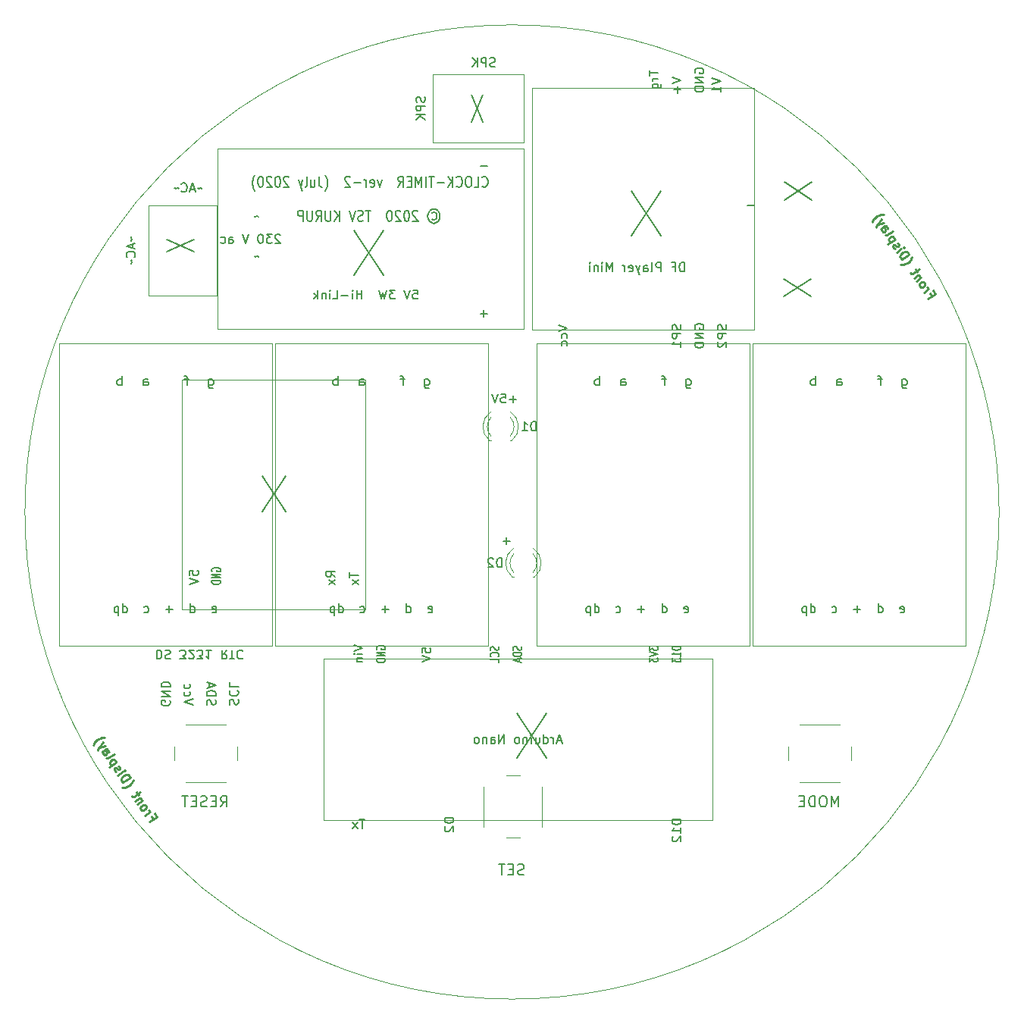
<source format=gbo>
G04 #@! TF.GenerationSoftware,KiCad,Pcbnew,(5.1.4)-1*
G04 #@! TF.CreationDate,2020-07-01T14:45:24+05:30*
G04 #@! TF.ProjectId,ClockTimer2,436c6f63-6b54-4696-9d65-72322e6b6963,rev?*
G04 #@! TF.SameCoordinates,Original*
G04 #@! TF.FileFunction,Legend,Bot*
G04 #@! TF.FilePolarity,Positive*
%FSLAX46Y46*%
G04 Gerber Fmt 4.6, Leading zero omitted, Abs format (unit mm)*
G04 Created by KiCad (PCBNEW (5.1.4)-1) date 2020-07-01 14:45:24*
%MOMM*%
%LPD*%
G04 APERTURE LIST*
%ADD10C,0.150000*%
%ADD11C,0.120000*%
%ADD12C,0.200000*%
%ADD13C,0.250000*%
G04 APERTURE END LIST*
D10*
X170057142Y-58500000D02*
X173057142Y-56500000D01*
X170057142Y-56500000D02*
X173057142Y-58500000D01*
X170157142Y-47700000D02*
X173157142Y-45700000D01*
X170157142Y-45700000D02*
X173157142Y-47700000D01*
X101157142Y-53466666D02*
X104157142Y-52133333D01*
X101157142Y-52133333D02*
X104157142Y-53466666D01*
X135133333Y-35957142D02*
X136466666Y-38957142D01*
X136466666Y-35957142D02*
X135133333Y-38957142D01*
X111766666Y-78509523D02*
X114433333Y-82509523D01*
X114433333Y-78509523D02*
X111766666Y-82509523D01*
D11*
X102800000Y-67800000D02*
X102900000Y-67800000D01*
X102800000Y-93400000D02*
X102800000Y-67800000D01*
X123300000Y-93400000D02*
X102800000Y-93400000D01*
X123300000Y-67800000D02*
X123300000Y-93400000D01*
X102900000Y-67800000D02*
X123300000Y-67800000D01*
D10*
X153033333Y-46661904D02*
X156366666Y-51661904D01*
X156366666Y-46661904D02*
X153033333Y-51661904D01*
X122033333Y-51061904D02*
X125366666Y-56061904D01*
X125366666Y-51061904D02*
X122033333Y-56061904D01*
X140233333Y-105061904D02*
X143566666Y-110061904D01*
X143566666Y-105061904D02*
X140233333Y-110061904D01*
X119952380Y-89804761D02*
X119476190Y-89471428D01*
X119952380Y-89233333D02*
X118952380Y-89233333D01*
X118952380Y-89614285D01*
X119000000Y-89709523D01*
X119047619Y-89757142D01*
X119142857Y-89804761D01*
X119285714Y-89804761D01*
X119380952Y-89757142D01*
X119428571Y-89709523D01*
X119476190Y-89614285D01*
X119476190Y-89233333D01*
X119952380Y-90138095D02*
X119285714Y-90661904D01*
X119285714Y-90138095D02*
X119952380Y-90661904D01*
X121552380Y-89309523D02*
X121552380Y-89880952D01*
X122552380Y-89595238D02*
X121552380Y-89595238D01*
X122552380Y-90119047D02*
X121885714Y-90642857D01*
X121885714Y-90119047D02*
X122552380Y-90642857D01*
X106200000Y-89166666D02*
X106152380Y-89100000D01*
X106152380Y-89000000D01*
X106200000Y-88900000D01*
X106295238Y-88833333D01*
X106390476Y-88800000D01*
X106580952Y-88766666D01*
X106723809Y-88766666D01*
X106914285Y-88800000D01*
X107009523Y-88833333D01*
X107104761Y-88900000D01*
X107152380Y-89000000D01*
X107152380Y-89066666D01*
X107104761Y-89166666D01*
X107057142Y-89200000D01*
X106723809Y-89200000D01*
X106723809Y-89066666D01*
X107152380Y-89500000D02*
X106152380Y-89500000D01*
X107152380Y-89900000D01*
X106152380Y-89900000D01*
X107152380Y-90233333D02*
X106152380Y-90233333D01*
X106152380Y-90400000D01*
X106200000Y-90500000D01*
X106295238Y-90566666D01*
X106390476Y-90600000D01*
X106580952Y-90633333D01*
X106723809Y-90633333D01*
X106914285Y-90600000D01*
X107009523Y-90566666D01*
X107104761Y-90500000D01*
X107152380Y-90400000D01*
X107152380Y-90233333D01*
X103652380Y-89609523D02*
X103652380Y-89133333D01*
X104128571Y-89085714D01*
X104080952Y-89133333D01*
X104033333Y-89228571D01*
X104033333Y-89466666D01*
X104080952Y-89561904D01*
X104128571Y-89609523D01*
X104223809Y-89657142D01*
X104461904Y-89657142D01*
X104557142Y-89609523D01*
X104604761Y-89561904D01*
X104652380Y-89466666D01*
X104652380Y-89228571D01*
X104604761Y-89133333D01*
X104557142Y-89085714D01*
X103652380Y-89942857D02*
X104652380Y-90276190D01*
X103652380Y-90609523D01*
D12*
X141042857Y-123040714D02*
X140871428Y-123097857D01*
X140585714Y-123097857D01*
X140471428Y-123040714D01*
X140414285Y-122983571D01*
X140357142Y-122869285D01*
X140357142Y-122755000D01*
X140414285Y-122640714D01*
X140471428Y-122583571D01*
X140585714Y-122526428D01*
X140814285Y-122469285D01*
X140928571Y-122412142D01*
X140985714Y-122355000D01*
X141042857Y-122240714D01*
X141042857Y-122126428D01*
X140985714Y-122012142D01*
X140928571Y-121955000D01*
X140814285Y-121897857D01*
X140528571Y-121897857D01*
X140357142Y-121955000D01*
X139842857Y-122469285D02*
X139442857Y-122469285D01*
X139271428Y-123097857D02*
X139842857Y-123097857D01*
X139842857Y-121897857D01*
X139271428Y-121897857D01*
X138928571Y-121897857D02*
X138242857Y-121897857D01*
X138585714Y-123097857D02*
X138585714Y-121897857D01*
X107152857Y-115477857D02*
X107552857Y-114906428D01*
X107838571Y-115477857D02*
X107838571Y-114277857D01*
X107381428Y-114277857D01*
X107267142Y-114335000D01*
X107210000Y-114392142D01*
X107152857Y-114506428D01*
X107152857Y-114677857D01*
X107210000Y-114792142D01*
X107267142Y-114849285D01*
X107381428Y-114906428D01*
X107838571Y-114906428D01*
X106638571Y-114849285D02*
X106238571Y-114849285D01*
X106067142Y-115477857D02*
X106638571Y-115477857D01*
X106638571Y-114277857D01*
X106067142Y-114277857D01*
X105610000Y-115420714D02*
X105438571Y-115477857D01*
X105152857Y-115477857D01*
X105038571Y-115420714D01*
X104981428Y-115363571D01*
X104924285Y-115249285D01*
X104924285Y-115135000D01*
X104981428Y-115020714D01*
X105038571Y-114963571D01*
X105152857Y-114906428D01*
X105381428Y-114849285D01*
X105495714Y-114792142D01*
X105552857Y-114735000D01*
X105610000Y-114620714D01*
X105610000Y-114506428D01*
X105552857Y-114392142D01*
X105495714Y-114335000D01*
X105381428Y-114277857D01*
X105095714Y-114277857D01*
X104924285Y-114335000D01*
X104410000Y-114849285D02*
X104010000Y-114849285D01*
X103838571Y-115477857D02*
X104410000Y-115477857D01*
X104410000Y-114277857D01*
X103838571Y-114277857D01*
X103495714Y-114277857D02*
X102810000Y-114277857D01*
X103152857Y-115477857D02*
X103152857Y-114277857D01*
X176161428Y-115477857D02*
X176161428Y-114277857D01*
X175761428Y-115135000D01*
X175361428Y-114277857D01*
X175361428Y-115477857D01*
X174561428Y-114277857D02*
X174332857Y-114277857D01*
X174218571Y-114335000D01*
X174104285Y-114449285D01*
X174047142Y-114677857D01*
X174047142Y-115077857D01*
X174104285Y-115306428D01*
X174218571Y-115420714D01*
X174332857Y-115477857D01*
X174561428Y-115477857D01*
X174675714Y-115420714D01*
X174790000Y-115306428D01*
X174847142Y-115077857D01*
X174847142Y-114677857D01*
X174790000Y-114449285D01*
X174675714Y-114335000D01*
X174561428Y-114277857D01*
X173532857Y-115477857D02*
X173532857Y-114277857D01*
X173247142Y-114277857D01*
X173075714Y-114335000D01*
X172961428Y-114449285D01*
X172904285Y-114563571D01*
X172847142Y-114792142D01*
X172847142Y-114963571D01*
X172904285Y-115192142D01*
X172961428Y-115306428D01*
X173075714Y-115420714D01*
X173247142Y-115477857D01*
X173532857Y-115477857D01*
X172332857Y-114849285D02*
X171932857Y-114849285D01*
X171761428Y-115477857D02*
X172332857Y-115477857D01*
X172332857Y-114277857D01*
X171761428Y-114277857D01*
D13*
X99428437Y-116579201D02*
X99614835Y-116855547D01*
X99180577Y-117148457D02*
X100009615Y-116589264D01*
X99743333Y-116194485D01*
X98701269Y-116437854D02*
X99253961Y-116065058D01*
X99096049Y-116171571D02*
X99148377Y-116078837D01*
X99161226Y-116012731D01*
X99147448Y-115907147D01*
X99094191Y-115828191D01*
X98275217Y-115806206D02*
X98367952Y-115858534D01*
X98434058Y-115871384D01*
X98539642Y-115857605D01*
X98776510Y-115697836D01*
X98828838Y-115605101D01*
X98841688Y-115538995D01*
X98827909Y-115433411D01*
X98748024Y-115314977D01*
X98655290Y-115262649D01*
X98589184Y-115249799D01*
X98483600Y-115263578D01*
X98246732Y-115423347D01*
X98194404Y-115516082D01*
X98181554Y-115582188D01*
X98195333Y-115687772D01*
X98275217Y-115806206D01*
X98401857Y-114801763D02*
X97849166Y-115174558D01*
X98322901Y-114855020D02*
X98335751Y-114788913D01*
X98321973Y-114683329D01*
X98242088Y-114564895D01*
X98149354Y-114512568D01*
X98043769Y-114526346D01*
X97609512Y-114819257D01*
X97975806Y-114170115D02*
X97762780Y-113854292D01*
X98172267Y-113865284D02*
X97461663Y-114344592D01*
X97356079Y-114358371D01*
X97263345Y-114306043D01*
X97210088Y-114227087D01*
X96122045Y-113295251D02*
X96188152Y-113308101D01*
X96359842Y-113307172D01*
X96465426Y-113293394D01*
X96610488Y-113252987D01*
X96834507Y-113159324D01*
X96992418Y-113052811D01*
X97163180Y-112880192D01*
X97254986Y-112760829D01*
X97307314Y-112668095D01*
X97372491Y-112509254D01*
X97385341Y-112443148D01*
X96224843Y-112766402D02*
X97053881Y-112207209D01*
X96920740Y-112009819D01*
X96801377Y-111918013D01*
X96669165Y-111892314D01*
X96563580Y-111906092D01*
X96379040Y-111973127D01*
X96260606Y-112053012D01*
X96129323Y-112199003D01*
X96076995Y-112291737D01*
X96051296Y-112423950D01*
X96091702Y-112569012D01*
X96224843Y-112766402D01*
X95665650Y-111937364D02*
X96218342Y-111564569D01*
X96494688Y-111378171D02*
X96481838Y-111444277D01*
X96415732Y-111431428D01*
X96428582Y-111365321D01*
X96494688Y-111378171D01*
X96415732Y-111431428D01*
X95465474Y-111555434D02*
X95372740Y-111503106D01*
X95266227Y-111345194D01*
X95252449Y-111239610D01*
X95304776Y-111146876D01*
X95344254Y-111120248D01*
X95449838Y-111106469D01*
X95542573Y-111158797D01*
X95622458Y-111277231D01*
X95715192Y-111329558D01*
X95820776Y-111315780D01*
X95860254Y-111289152D01*
X95912582Y-111196417D01*
X95898803Y-111090833D01*
X95818919Y-110972399D01*
X95726184Y-110920071D01*
X95499380Y-110498663D02*
X94670342Y-111057856D01*
X95459902Y-110525292D02*
X95446123Y-110419707D01*
X95339610Y-110261795D01*
X95246876Y-110209468D01*
X95180770Y-110196618D01*
X95075186Y-110210397D01*
X94838318Y-110370166D01*
X94785990Y-110462900D01*
X94773140Y-110529007D01*
X94786919Y-110634591D01*
X94893432Y-110792503D01*
X94986166Y-110844830D01*
X94360867Y-110002943D02*
X94453601Y-110055271D01*
X94559186Y-110041492D01*
X95269789Y-109562184D01*
X93908187Y-109331817D02*
X94342445Y-109038907D01*
X94448029Y-109025128D01*
X94540763Y-109077456D01*
X94647276Y-109235368D01*
X94661055Y-109340952D01*
X93947665Y-109305189D02*
X93961444Y-109410773D01*
X94094585Y-109608163D01*
X94187319Y-109660491D01*
X94292903Y-109646713D01*
X94371859Y-109593456D01*
X94424187Y-109500722D01*
X94410409Y-109395137D01*
X94277267Y-109197748D01*
X94263489Y-109092163D01*
X94247853Y-108643198D02*
X93562020Y-108818604D01*
X93981571Y-108248419D02*
X93562020Y-108818604D01*
X93417887Y-109030701D01*
X93405037Y-109096807D01*
X93418815Y-109202391D01*
X92953286Y-108597372D02*
X92966135Y-108531266D01*
X93031313Y-108372425D01*
X93083641Y-108279690D01*
X93175446Y-108160328D01*
X93346208Y-107987709D01*
X93504120Y-107881196D01*
X93728138Y-107787533D01*
X93873200Y-107747126D01*
X93978784Y-107733347D01*
X94150475Y-107732419D01*
X94216581Y-107745268D01*
X186423437Y-58159201D02*
X186609835Y-58435547D01*
X186175577Y-58728457D02*
X187004615Y-58169264D01*
X186738333Y-57774485D01*
X185696269Y-58017854D02*
X186248961Y-57645058D01*
X186091049Y-57751571D02*
X186143377Y-57658837D01*
X186156226Y-57592731D01*
X186142448Y-57487147D01*
X186089191Y-57408191D01*
X185270217Y-57386206D02*
X185362952Y-57438534D01*
X185429058Y-57451384D01*
X185534642Y-57437605D01*
X185771510Y-57277836D01*
X185823838Y-57185101D01*
X185836688Y-57118995D01*
X185822909Y-57013411D01*
X185743024Y-56894977D01*
X185650290Y-56842649D01*
X185584184Y-56829799D01*
X185478600Y-56843578D01*
X185241732Y-57003347D01*
X185189404Y-57096082D01*
X185176554Y-57162188D01*
X185190333Y-57267772D01*
X185270217Y-57386206D01*
X185396857Y-56381763D02*
X184844166Y-56754558D01*
X185317901Y-56435020D02*
X185330751Y-56368913D01*
X185316973Y-56263329D01*
X185237088Y-56144895D01*
X185144354Y-56092568D01*
X185038769Y-56106346D01*
X184604512Y-56399257D01*
X184970806Y-55750115D02*
X184757780Y-55434292D01*
X185167267Y-55445284D02*
X184456663Y-55924592D01*
X184351079Y-55938371D01*
X184258345Y-55886043D01*
X184205088Y-55807087D01*
X183117045Y-54875251D02*
X183183152Y-54888101D01*
X183354842Y-54887172D01*
X183460426Y-54873394D01*
X183605488Y-54832987D01*
X183829507Y-54739324D01*
X183987418Y-54632811D01*
X184158180Y-54460192D01*
X184249986Y-54340829D01*
X184302314Y-54248095D01*
X184367491Y-54089254D01*
X184380341Y-54023148D01*
X183219843Y-54346402D02*
X184048881Y-53787209D01*
X183915740Y-53589819D01*
X183796377Y-53498013D01*
X183664165Y-53472314D01*
X183558580Y-53486092D01*
X183374040Y-53553127D01*
X183255606Y-53633012D01*
X183124323Y-53779003D01*
X183071995Y-53871737D01*
X183046296Y-54003950D01*
X183086702Y-54149012D01*
X183219843Y-54346402D01*
X182660650Y-53517364D02*
X183213342Y-53144569D01*
X183489688Y-52958171D02*
X183476838Y-53024277D01*
X183410732Y-53011428D01*
X183423582Y-52945321D01*
X183489688Y-52958171D01*
X183410732Y-53011428D01*
X182460474Y-53135434D02*
X182367740Y-53083106D01*
X182261227Y-52925194D01*
X182247449Y-52819610D01*
X182299776Y-52726876D01*
X182339254Y-52700248D01*
X182444838Y-52686469D01*
X182537573Y-52738797D01*
X182617458Y-52857231D01*
X182710192Y-52909558D01*
X182815776Y-52895780D01*
X182855254Y-52869152D01*
X182907582Y-52776417D01*
X182893803Y-52670833D01*
X182813919Y-52552399D01*
X182721184Y-52500071D01*
X182494380Y-52078663D02*
X181665342Y-52637856D01*
X182454902Y-52105292D02*
X182441123Y-51999707D01*
X182334610Y-51841795D01*
X182241876Y-51789468D01*
X182175770Y-51776618D01*
X182070186Y-51790397D01*
X181833318Y-51950166D01*
X181780990Y-52042900D01*
X181768140Y-52109007D01*
X181781919Y-52214591D01*
X181888432Y-52372503D01*
X181981166Y-52424830D01*
X181355867Y-51582943D02*
X181448601Y-51635271D01*
X181554186Y-51621492D01*
X182264789Y-51142184D01*
X180903187Y-50911817D02*
X181337445Y-50618907D01*
X181443029Y-50605128D01*
X181535763Y-50657456D01*
X181642276Y-50815368D01*
X181656055Y-50920952D01*
X180942665Y-50885189D02*
X180956444Y-50990773D01*
X181089585Y-51188163D01*
X181182319Y-51240491D01*
X181287903Y-51226713D01*
X181366859Y-51173456D01*
X181419187Y-51080722D01*
X181405409Y-50975137D01*
X181272267Y-50777748D01*
X181258489Y-50672163D01*
X181242853Y-50223198D02*
X180557020Y-50398604D01*
X180976571Y-49828419D02*
X180557020Y-50398604D01*
X180412887Y-50610701D01*
X180400037Y-50676807D01*
X180413815Y-50782391D01*
X179948286Y-50177372D02*
X179961135Y-50111266D01*
X180026313Y-49952425D01*
X180078641Y-49859690D01*
X180170446Y-49740328D01*
X180341208Y-49567709D01*
X180499120Y-49461196D01*
X180723138Y-49367533D01*
X180868200Y-49327126D01*
X180973784Y-49313347D01*
X181145475Y-49312419D01*
X181211581Y-49325268D01*
D10*
X136372619Y-46148571D02*
X136420238Y-46205714D01*
X136563095Y-46262857D01*
X136658333Y-46262857D01*
X136801190Y-46205714D01*
X136896428Y-46091428D01*
X136944047Y-45977142D01*
X136991666Y-45748571D01*
X136991666Y-45577142D01*
X136944047Y-45348571D01*
X136896428Y-45234285D01*
X136801190Y-45120000D01*
X136658333Y-45062857D01*
X136563095Y-45062857D01*
X136420238Y-45120000D01*
X136372619Y-45177142D01*
X135467857Y-46262857D02*
X135944047Y-46262857D01*
X135944047Y-45062857D01*
X134944047Y-45062857D02*
X134753571Y-45062857D01*
X134658333Y-45120000D01*
X134563095Y-45234285D01*
X134515476Y-45462857D01*
X134515476Y-45862857D01*
X134563095Y-46091428D01*
X134658333Y-46205714D01*
X134753571Y-46262857D01*
X134944047Y-46262857D01*
X135039285Y-46205714D01*
X135134523Y-46091428D01*
X135182142Y-45862857D01*
X135182142Y-45462857D01*
X135134523Y-45234285D01*
X135039285Y-45120000D01*
X134944047Y-45062857D01*
X133515476Y-46148571D02*
X133563095Y-46205714D01*
X133705952Y-46262857D01*
X133801190Y-46262857D01*
X133944047Y-46205714D01*
X134039285Y-46091428D01*
X134086904Y-45977142D01*
X134134523Y-45748571D01*
X134134523Y-45577142D01*
X134086904Y-45348571D01*
X134039285Y-45234285D01*
X133944047Y-45120000D01*
X133801190Y-45062857D01*
X133705952Y-45062857D01*
X133563095Y-45120000D01*
X133515476Y-45177142D01*
X133086904Y-46262857D02*
X133086904Y-45062857D01*
X132515476Y-46262857D02*
X132944047Y-45577142D01*
X132515476Y-45062857D02*
X133086904Y-45748571D01*
X132086904Y-45805714D02*
X131325000Y-45805714D01*
X130991666Y-45062857D02*
X130420238Y-45062857D01*
X130705952Y-46262857D02*
X130705952Y-45062857D01*
X130086904Y-46262857D02*
X130086904Y-45062857D01*
X129610714Y-46262857D02*
X129610714Y-45062857D01*
X129277380Y-45920000D01*
X128944047Y-45062857D01*
X128944047Y-46262857D01*
X128467857Y-45634285D02*
X128134523Y-45634285D01*
X127991666Y-46262857D02*
X128467857Y-46262857D01*
X128467857Y-45062857D01*
X127991666Y-45062857D01*
X126991666Y-46262857D02*
X127325000Y-45691428D01*
X127563095Y-46262857D02*
X127563095Y-45062857D01*
X127182142Y-45062857D01*
X127086904Y-45120000D01*
X127039285Y-45177142D01*
X126991666Y-45291428D01*
X126991666Y-45462857D01*
X127039285Y-45577142D01*
X127086904Y-45634285D01*
X127182142Y-45691428D01*
X127563095Y-45691428D01*
X125134523Y-45462857D02*
X124896428Y-46262857D01*
X124658333Y-45462857D01*
X123896428Y-46205714D02*
X123991666Y-46262857D01*
X124182142Y-46262857D01*
X124277380Y-46205714D01*
X124325000Y-46091428D01*
X124325000Y-45634285D01*
X124277380Y-45520000D01*
X124182142Y-45462857D01*
X123991666Y-45462857D01*
X123896428Y-45520000D01*
X123848809Y-45634285D01*
X123848809Y-45748571D01*
X124325000Y-45862857D01*
X123420238Y-46262857D02*
X123420238Y-45462857D01*
X123420238Y-45691428D02*
X123372619Y-45577142D01*
X123325000Y-45520000D01*
X123229761Y-45462857D01*
X123134523Y-45462857D01*
X122801190Y-45805714D02*
X122039285Y-45805714D01*
X121610714Y-45177142D02*
X121563095Y-45120000D01*
X121467857Y-45062857D01*
X121229761Y-45062857D01*
X121134523Y-45120000D01*
X121086904Y-45177142D01*
X121039285Y-45291428D01*
X121039285Y-45405714D01*
X121086904Y-45577142D01*
X121658333Y-46262857D01*
X121039285Y-46262857D01*
X118801190Y-46720000D02*
X118848809Y-46662857D01*
X118944047Y-46491428D01*
X118991666Y-46377142D01*
X119039285Y-46205714D01*
X119086904Y-45920000D01*
X119086904Y-45691428D01*
X119039285Y-45405714D01*
X118991666Y-45234285D01*
X118944047Y-45120000D01*
X118848809Y-44948571D01*
X118801190Y-44891428D01*
X118134523Y-45062857D02*
X118134523Y-45920000D01*
X118182142Y-46091428D01*
X118277380Y-46205714D01*
X118420238Y-46262857D01*
X118515476Y-46262857D01*
X117229761Y-45462857D02*
X117229761Y-46262857D01*
X117658333Y-45462857D02*
X117658333Y-46091428D01*
X117610714Y-46205714D01*
X117515476Y-46262857D01*
X117372619Y-46262857D01*
X117277380Y-46205714D01*
X117229761Y-46148571D01*
X116610714Y-46262857D02*
X116705952Y-46205714D01*
X116753571Y-46091428D01*
X116753571Y-45062857D01*
X116325000Y-45462857D02*
X116086904Y-46262857D01*
X115848809Y-45462857D02*
X116086904Y-46262857D01*
X116182142Y-46548571D01*
X116229761Y-46605714D01*
X116325000Y-46662857D01*
X114753571Y-45177142D02*
X114705952Y-45120000D01*
X114610714Y-45062857D01*
X114372619Y-45062857D01*
X114277380Y-45120000D01*
X114229761Y-45177142D01*
X114182142Y-45291428D01*
X114182142Y-45405714D01*
X114229761Y-45577142D01*
X114801190Y-46262857D01*
X114182142Y-46262857D01*
X113563095Y-45062857D02*
X113467857Y-45062857D01*
X113372619Y-45120000D01*
X113325000Y-45177142D01*
X113277380Y-45291428D01*
X113229761Y-45520000D01*
X113229761Y-45805714D01*
X113277380Y-46034285D01*
X113325000Y-46148571D01*
X113372619Y-46205714D01*
X113467857Y-46262857D01*
X113563095Y-46262857D01*
X113658333Y-46205714D01*
X113705952Y-46148571D01*
X113753571Y-46034285D01*
X113801190Y-45805714D01*
X113801190Y-45520000D01*
X113753571Y-45291428D01*
X113705952Y-45177142D01*
X113658333Y-45120000D01*
X113563095Y-45062857D01*
X112848809Y-45177142D02*
X112801190Y-45120000D01*
X112705952Y-45062857D01*
X112467857Y-45062857D01*
X112372619Y-45120000D01*
X112325000Y-45177142D01*
X112277380Y-45291428D01*
X112277380Y-45405714D01*
X112325000Y-45577142D01*
X112896428Y-46262857D01*
X112277380Y-46262857D01*
X111658333Y-45062857D02*
X111563095Y-45062857D01*
X111467857Y-45120000D01*
X111420238Y-45177142D01*
X111372619Y-45291428D01*
X111325000Y-45520000D01*
X111325000Y-45805714D01*
X111372619Y-46034285D01*
X111420238Y-46148571D01*
X111467857Y-46205714D01*
X111563095Y-46262857D01*
X111658333Y-46262857D01*
X111753571Y-46205714D01*
X111801190Y-46148571D01*
X111848809Y-46034285D01*
X111896428Y-45805714D01*
X111896428Y-45520000D01*
X111848809Y-45291428D01*
X111801190Y-45177142D01*
X111753571Y-45120000D01*
X111658333Y-45062857D01*
X110991666Y-46720000D02*
X110944047Y-46662857D01*
X110848809Y-46491428D01*
X110801190Y-46377142D01*
X110753571Y-46205714D01*
X110705952Y-45920000D01*
X110705952Y-45691428D01*
X110753571Y-45405714D01*
X110801190Y-45234285D01*
X110848809Y-45120000D01*
X110944047Y-44948571D01*
X110991666Y-44891428D01*
X130771428Y-49158571D02*
X130866666Y-49101428D01*
X131057142Y-49101428D01*
X131152380Y-49158571D01*
X131247619Y-49272857D01*
X131295238Y-49387142D01*
X131295238Y-49615714D01*
X131247619Y-49730000D01*
X131152380Y-49844285D01*
X131057142Y-49901428D01*
X130866666Y-49901428D01*
X130771428Y-49844285D01*
X130961904Y-48701428D02*
X131200000Y-48758571D01*
X131438095Y-48930000D01*
X131580952Y-49215714D01*
X131628571Y-49501428D01*
X131580952Y-49787142D01*
X131438095Y-50072857D01*
X131200000Y-50244285D01*
X130961904Y-50301428D01*
X130723809Y-50244285D01*
X130485714Y-50072857D01*
X130342857Y-49787142D01*
X130295238Y-49501428D01*
X130342857Y-49215714D01*
X130485714Y-48930000D01*
X130723809Y-48758571D01*
X130961904Y-48701428D01*
X129152380Y-48987142D02*
X129104761Y-48930000D01*
X129009523Y-48872857D01*
X128771428Y-48872857D01*
X128676190Y-48930000D01*
X128628571Y-48987142D01*
X128580952Y-49101428D01*
X128580952Y-49215714D01*
X128628571Y-49387142D01*
X129200000Y-50072857D01*
X128580952Y-50072857D01*
X127961904Y-48872857D02*
X127866666Y-48872857D01*
X127771428Y-48930000D01*
X127723809Y-48987142D01*
X127676190Y-49101428D01*
X127628571Y-49330000D01*
X127628571Y-49615714D01*
X127676190Y-49844285D01*
X127723809Y-49958571D01*
X127771428Y-50015714D01*
X127866666Y-50072857D01*
X127961904Y-50072857D01*
X128057142Y-50015714D01*
X128104761Y-49958571D01*
X128152380Y-49844285D01*
X128200000Y-49615714D01*
X128200000Y-49330000D01*
X128152380Y-49101428D01*
X128104761Y-48987142D01*
X128057142Y-48930000D01*
X127961904Y-48872857D01*
X127247619Y-48987142D02*
X127200000Y-48930000D01*
X127104761Y-48872857D01*
X126866666Y-48872857D01*
X126771428Y-48930000D01*
X126723809Y-48987142D01*
X126676190Y-49101428D01*
X126676190Y-49215714D01*
X126723809Y-49387142D01*
X127295238Y-50072857D01*
X126676190Y-50072857D01*
X126057142Y-48872857D02*
X125961904Y-48872857D01*
X125866666Y-48930000D01*
X125819047Y-48987142D01*
X125771428Y-49101428D01*
X125723809Y-49330000D01*
X125723809Y-49615714D01*
X125771428Y-49844285D01*
X125819047Y-49958571D01*
X125866666Y-50015714D01*
X125961904Y-50072857D01*
X126057142Y-50072857D01*
X126152380Y-50015714D01*
X126200000Y-49958571D01*
X126247619Y-49844285D01*
X126295238Y-49615714D01*
X126295238Y-49330000D01*
X126247619Y-49101428D01*
X126200000Y-48987142D01*
X126152380Y-48930000D01*
X126057142Y-48872857D01*
X123914285Y-48872857D02*
X123342857Y-48872857D01*
X123628571Y-50072857D02*
X123628571Y-48872857D01*
X123057142Y-50015714D02*
X122914285Y-50072857D01*
X122676190Y-50072857D01*
X122580952Y-50015714D01*
X122533333Y-49958571D01*
X122485714Y-49844285D01*
X122485714Y-49730000D01*
X122533333Y-49615714D01*
X122580952Y-49558571D01*
X122676190Y-49501428D01*
X122866666Y-49444285D01*
X122961904Y-49387142D01*
X123009523Y-49330000D01*
X123057142Y-49215714D01*
X123057142Y-49101428D01*
X123009523Y-48987142D01*
X122961904Y-48930000D01*
X122866666Y-48872857D01*
X122628571Y-48872857D01*
X122485714Y-48930000D01*
X122200000Y-48872857D02*
X121866666Y-50072857D01*
X121533333Y-48872857D01*
X120438095Y-50072857D02*
X120438095Y-48872857D01*
X119866666Y-50072857D02*
X120295238Y-49387142D01*
X119866666Y-48872857D02*
X120438095Y-49558571D01*
X119438095Y-48872857D02*
X119438095Y-49844285D01*
X119390476Y-49958571D01*
X119342857Y-50015714D01*
X119247619Y-50072857D01*
X119057142Y-50072857D01*
X118961904Y-50015714D01*
X118914285Y-49958571D01*
X118866666Y-49844285D01*
X118866666Y-48872857D01*
X117819047Y-50072857D02*
X118152380Y-49501428D01*
X118390476Y-50072857D02*
X118390476Y-48872857D01*
X118009523Y-48872857D01*
X117914285Y-48930000D01*
X117866666Y-48987142D01*
X117819047Y-49101428D01*
X117819047Y-49272857D01*
X117866666Y-49387142D01*
X117914285Y-49444285D01*
X118009523Y-49501428D01*
X118390476Y-49501428D01*
X117390476Y-48872857D02*
X117390476Y-49844285D01*
X117342857Y-49958571D01*
X117295238Y-50015714D01*
X117200000Y-50072857D01*
X117009523Y-50072857D01*
X116914285Y-50015714D01*
X116866666Y-49958571D01*
X116819047Y-49844285D01*
X116819047Y-48872857D01*
X116342857Y-50072857D02*
X116342857Y-48872857D01*
X115961904Y-48872857D01*
X115866666Y-48930000D01*
X115819047Y-48987142D01*
X115771428Y-49101428D01*
X115771428Y-49272857D01*
X115819047Y-49387142D01*
X115866666Y-49444285D01*
X115961904Y-49501428D01*
X116342857Y-49501428D01*
X166750952Y-48331428D02*
X165989047Y-48331428D01*
X140185714Y-69971428D02*
X139423809Y-69971428D01*
X139804761Y-70352380D02*
X139804761Y-69590476D01*
X138471428Y-69352380D02*
X138947619Y-69352380D01*
X138995238Y-69828571D01*
X138947619Y-69780952D01*
X138852380Y-69733333D01*
X138614285Y-69733333D01*
X138519047Y-69780952D01*
X138471428Y-69828571D01*
X138423809Y-69923809D01*
X138423809Y-70161904D01*
X138471428Y-70257142D01*
X138519047Y-70304761D01*
X138614285Y-70352380D01*
X138852380Y-70352380D01*
X138947619Y-70304761D01*
X138995238Y-70257142D01*
X138138095Y-69352380D02*
X137804761Y-70352380D01*
X137471428Y-69352380D01*
X139445952Y-85796428D02*
X138684047Y-85796428D01*
X139065000Y-86177380D02*
X139065000Y-85415476D01*
D11*
X194110976Y-82550000D02*
G75*
G03X194110976Y-82550000I-54410976J0D01*
G01*
D10*
X108180238Y-104060476D02*
X108132619Y-103917619D01*
X108132619Y-103679523D01*
X108180238Y-103584285D01*
X108227857Y-103536666D01*
X108323095Y-103489047D01*
X108418333Y-103489047D01*
X108513571Y-103536666D01*
X108561190Y-103584285D01*
X108608809Y-103679523D01*
X108656428Y-103870000D01*
X108704047Y-103965238D01*
X108751666Y-104012857D01*
X108846904Y-104060476D01*
X108942142Y-104060476D01*
X109037380Y-104012857D01*
X109085000Y-103965238D01*
X109132619Y-103870000D01*
X109132619Y-103631904D01*
X109085000Y-103489047D01*
X108227857Y-102489047D02*
X108180238Y-102536666D01*
X108132619Y-102679523D01*
X108132619Y-102774761D01*
X108180238Y-102917619D01*
X108275476Y-103012857D01*
X108370714Y-103060476D01*
X108561190Y-103108095D01*
X108704047Y-103108095D01*
X108894523Y-103060476D01*
X108989761Y-103012857D01*
X109085000Y-102917619D01*
X109132619Y-102774761D01*
X109132619Y-102679523D01*
X109085000Y-102536666D01*
X109037380Y-102489047D01*
X108132619Y-101584285D02*
X108132619Y-102060476D01*
X109132619Y-102060476D01*
X105640238Y-104084285D02*
X105592619Y-103941428D01*
X105592619Y-103703333D01*
X105640238Y-103608095D01*
X105687857Y-103560476D01*
X105783095Y-103512857D01*
X105878333Y-103512857D01*
X105973571Y-103560476D01*
X106021190Y-103608095D01*
X106068809Y-103703333D01*
X106116428Y-103893809D01*
X106164047Y-103989047D01*
X106211666Y-104036666D01*
X106306904Y-104084285D01*
X106402142Y-104084285D01*
X106497380Y-104036666D01*
X106545000Y-103989047D01*
X106592619Y-103893809D01*
X106592619Y-103655714D01*
X106545000Y-103512857D01*
X105592619Y-103084285D02*
X106592619Y-103084285D01*
X106592619Y-102846190D01*
X106545000Y-102703333D01*
X106449761Y-102608095D01*
X106354523Y-102560476D01*
X106164047Y-102512857D01*
X106021190Y-102512857D01*
X105830714Y-102560476D01*
X105735476Y-102608095D01*
X105640238Y-102703333D01*
X105592619Y-102846190D01*
X105592619Y-103084285D01*
X105878333Y-102131904D02*
X105878333Y-101655714D01*
X105592619Y-102227142D02*
X106592619Y-101893809D01*
X105592619Y-101560476D01*
X104052619Y-104060476D02*
X103052619Y-103727142D01*
X104052619Y-103393809D01*
X103100238Y-102631904D02*
X103052619Y-102727142D01*
X103052619Y-102917619D01*
X103100238Y-103012857D01*
X103147857Y-103060476D01*
X103243095Y-103108095D01*
X103528809Y-103108095D01*
X103624047Y-103060476D01*
X103671666Y-103012857D01*
X103719285Y-102917619D01*
X103719285Y-102727142D01*
X103671666Y-102631904D01*
X103100238Y-101774761D02*
X103052619Y-101870000D01*
X103052619Y-102060476D01*
X103100238Y-102155714D01*
X103147857Y-102203333D01*
X103243095Y-102250952D01*
X103528809Y-102250952D01*
X103624047Y-102203333D01*
X103671666Y-102155714D01*
X103719285Y-102060476D01*
X103719285Y-101870000D01*
X103671666Y-101774761D01*
X101465000Y-103631904D02*
X101512619Y-103727142D01*
X101512619Y-103870000D01*
X101465000Y-104012857D01*
X101369761Y-104108095D01*
X101274523Y-104155714D01*
X101084047Y-104203333D01*
X100941190Y-104203333D01*
X100750714Y-104155714D01*
X100655476Y-104108095D01*
X100560238Y-104012857D01*
X100512619Y-103870000D01*
X100512619Y-103774761D01*
X100560238Y-103631904D01*
X100607857Y-103584285D01*
X100941190Y-103584285D01*
X100941190Y-103774761D01*
X100512619Y-103155714D02*
X101512619Y-103155714D01*
X100512619Y-102584285D01*
X101512619Y-102584285D01*
X100512619Y-102108095D02*
X101512619Y-102108095D01*
X101512619Y-101870000D01*
X101465000Y-101727142D01*
X101369761Y-101631904D01*
X101274523Y-101584285D01*
X101084047Y-101536666D01*
X100941190Y-101536666D01*
X100750714Y-101584285D01*
X100655476Y-101631904D01*
X100560238Y-101727142D01*
X100512619Y-101870000D01*
X100512619Y-102108095D01*
X183061904Y-93749761D02*
X183157142Y-93797380D01*
X183347619Y-93797380D01*
X183442857Y-93749761D01*
X183490476Y-93654523D01*
X183490476Y-93273571D01*
X183442857Y-93178333D01*
X183347619Y-93130714D01*
X183157142Y-93130714D01*
X183061904Y-93178333D01*
X183014285Y-93273571D01*
X183014285Y-93368809D01*
X183490476Y-93464047D01*
X180633333Y-93797380D02*
X180633333Y-92797380D01*
X180633333Y-93749761D02*
X180728571Y-93797380D01*
X180919047Y-93797380D01*
X181014285Y-93749761D01*
X181061904Y-93702142D01*
X181109523Y-93606904D01*
X181109523Y-93321190D01*
X181061904Y-93225952D01*
X181014285Y-93178333D01*
X180919047Y-93130714D01*
X180728571Y-93130714D01*
X180633333Y-93178333D01*
X178633333Y-93416428D02*
X177871428Y-93416428D01*
X178252380Y-93797380D02*
X178252380Y-93035476D01*
X175442857Y-93749761D02*
X175538095Y-93797380D01*
X175728571Y-93797380D01*
X175823809Y-93749761D01*
X175871428Y-93702142D01*
X175919047Y-93606904D01*
X175919047Y-93321190D01*
X175871428Y-93225952D01*
X175823809Y-93178333D01*
X175728571Y-93130714D01*
X175538095Y-93130714D01*
X175442857Y-93178333D01*
X173061904Y-93797380D02*
X173061904Y-92797380D01*
X173061904Y-93749761D02*
X173157142Y-93797380D01*
X173347619Y-93797380D01*
X173442857Y-93749761D01*
X173490476Y-93702142D01*
X173538095Y-93606904D01*
X173538095Y-93321190D01*
X173490476Y-93225952D01*
X173442857Y-93178333D01*
X173347619Y-93130714D01*
X173157142Y-93130714D01*
X173061904Y-93178333D01*
X172585714Y-93130714D02*
X172585714Y-94130714D01*
X172585714Y-93178333D02*
X172490476Y-93130714D01*
X172300000Y-93130714D01*
X172204761Y-93178333D01*
X172157142Y-93225952D01*
X172109523Y-93321190D01*
X172109523Y-93606904D01*
X172157142Y-93702142D01*
X172204761Y-93749761D01*
X172300000Y-93797380D01*
X172490476Y-93797380D01*
X172585714Y-93749761D01*
X158931904Y-93749761D02*
X159027142Y-93797380D01*
X159217619Y-93797380D01*
X159312857Y-93749761D01*
X159360476Y-93654523D01*
X159360476Y-93273571D01*
X159312857Y-93178333D01*
X159217619Y-93130714D01*
X159027142Y-93130714D01*
X158931904Y-93178333D01*
X158884285Y-93273571D01*
X158884285Y-93368809D01*
X159360476Y-93464047D01*
X156503333Y-93797380D02*
X156503333Y-92797380D01*
X156503333Y-93749761D02*
X156598571Y-93797380D01*
X156789047Y-93797380D01*
X156884285Y-93749761D01*
X156931904Y-93702142D01*
X156979523Y-93606904D01*
X156979523Y-93321190D01*
X156931904Y-93225952D01*
X156884285Y-93178333D01*
X156789047Y-93130714D01*
X156598571Y-93130714D01*
X156503333Y-93178333D01*
X154503333Y-93416428D02*
X153741428Y-93416428D01*
X154122380Y-93797380D02*
X154122380Y-93035476D01*
X151312857Y-93749761D02*
X151408095Y-93797380D01*
X151598571Y-93797380D01*
X151693809Y-93749761D01*
X151741428Y-93702142D01*
X151789047Y-93606904D01*
X151789047Y-93321190D01*
X151741428Y-93225952D01*
X151693809Y-93178333D01*
X151598571Y-93130714D01*
X151408095Y-93130714D01*
X151312857Y-93178333D01*
X148931904Y-93797380D02*
X148931904Y-92797380D01*
X148931904Y-93749761D02*
X149027142Y-93797380D01*
X149217619Y-93797380D01*
X149312857Y-93749761D01*
X149360476Y-93702142D01*
X149408095Y-93606904D01*
X149408095Y-93321190D01*
X149360476Y-93225952D01*
X149312857Y-93178333D01*
X149217619Y-93130714D01*
X149027142Y-93130714D01*
X148931904Y-93178333D01*
X148455714Y-93130714D02*
X148455714Y-94130714D01*
X148455714Y-93178333D02*
X148360476Y-93130714D01*
X148170000Y-93130714D01*
X148074761Y-93178333D01*
X148027142Y-93225952D01*
X147979523Y-93321190D01*
X147979523Y-93606904D01*
X148027142Y-93702142D01*
X148074761Y-93749761D01*
X148170000Y-93797380D01*
X148360476Y-93797380D01*
X148455714Y-93749761D01*
X130356904Y-93749761D02*
X130452142Y-93797380D01*
X130642619Y-93797380D01*
X130737857Y-93749761D01*
X130785476Y-93654523D01*
X130785476Y-93273571D01*
X130737857Y-93178333D01*
X130642619Y-93130714D01*
X130452142Y-93130714D01*
X130356904Y-93178333D01*
X130309285Y-93273571D01*
X130309285Y-93368809D01*
X130785476Y-93464047D01*
X127928333Y-93797380D02*
X127928333Y-92797380D01*
X127928333Y-93749761D02*
X128023571Y-93797380D01*
X128214047Y-93797380D01*
X128309285Y-93749761D01*
X128356904Y-93702142D01*
X128404523Y-93606904D01*
X128404523Y-93321190D01*
X128356904Y-93225952D01*
X128309285Y-93178333D01*
X128214047Y-93130714D01*
X128023571Y-93130714D01*
X127928333Y-93178333D01*
X125928333Y-93416428D02*
X125166428Y-93416428D01*
X125547380Y-93797380D02*
X125547380Y-93035476D01*
X122737857Y-93749761D02*
X122833095Y-93797380D01*
X123023571Y-93797380D01*
X123118809Y-93749761D01*
X123166428Y-93702142D01*
X123214047Y-93606904D01*
X123214047Y-93321190D01*
X123166428Y-93225952D01*
X123118809Y-93178333D01*
X123023571Y-93130714D01*
X122833095Y-93130714D01*
X122737857Y-93178333D01*
X120356904Y-93797380D02*
X120356904Y-92797380D01*
X120356904Y-93749761D02*
X120452142Y-93797380D01*
X120642619Y-93797380D01*
X120737857Y-93749761D01*
X120785476Y-93702142D01*
X120833095Y-93606904D01*
X120833095Y-93321190D01*
X120785476Y-93225952D01*
X120737857Y-93178333D01*
X120642619Y-93130714D01*
X120452142Y-93130714D01*
X120356904Y-93178333D01*
X119880714Y-93130714D02*
X119880714Y-94130714D01*
X119880714Y-93178333D02*
X119785476Y-93130714D01*
X119595000Y-93130714D01*
X119499761Y-93178333D01*
X119452142Y-93225952D01*
X119404523Y-93321190D01*
X119404523Y-93606904D01*
X119452142Y-93702142D01*
X119499761Y-93749761D01*
X119595000Y-93797380D01*
X119785476Y-93797380D01*
X119880714Y-93749761D01*
X106226904Y-93749761D02*
X106322142Y-93797380D01*
X106512619Y-93797380D01*
X106607857Y-93749761D01*
X106655476Y-93654523D01*
X106655476Y-93273571D01*
X106607857Y-93178333D01*
X106512619Y-93130714D01*
X106322142Y-93130714D01*
X106226904Y-93178333D01*
X106179285Y-93273571D01*
X106179285Y-93368809D01*
X106655476Y-93464047D01*
X103798333Y-93797380D02*
X103798333Y-92797380D01*
X103798333Y-93749761D02*
X103893571Y-93797380D01*
X104084047Y-93797380D01*
X104179285Y-93749761D01*
X104226904Y-93702142D01*
X104274523Y-93606904D01*
X104274523Y-93321190D01*
X104226904Y-93225952D01*
X104179285Y-93178333D01*
X104084047Y-93130714D01*
X103893571Y-93130714D01*
X103798333Y-93178333D01*
X101798333Y-93416428D02*
X101036428Y-93416428D01*
X101417380Y-93797380D02*
X101417380Y-93035476D01*
X98607857Y-93749761D02*
X98703095Y-93797380D01*
X98893571Y-93797380D01*
X98988809Y-93749761D01*
X99036428Y-93702142D01*
X99084047Y-93606904D01*
X99084047Y-93321190D01*
X99036428Y-93225952D01*
X98988809Y-93178333D01*
X98893571Y-93130714D01*
X98703095Y-93130714D01*
X98607857Y-93178333D01*
X96226904Y-93797380D02*
X96226904Y-92797380D01*
X96226904Y-93749761D02*
X96322142Y-93797380D01*
X96512619Y-93797380D01*
X96607857Y-93749761D01*
X96655476Y-93702142D01*
X96703095Y-93606904D01*
X96703095Y-93321190D01*
X96655476Y-93225952D01*
X96607857Y-93178333D01*
X96512619Y-93130714D01*
X96322142Y-93130714D01*
X96226904Y-93178333D01*
X95750714Y-93130714D02*
X95750714Y-94130714D01*
X95750714Y-93178333D02*
X95655476Y-93130714D01*
X95465000Y-93130714D01*
X95369761Y-93178333D01*
X95322142Y-93225952D01*
X95274523Y-93321190D01*
X95274523Y-93606904D01*
X95322142Y-93702142D01*
X95369761Y-93749761D01*
X95465000Y-93797380D01*
X95655476Y-93797380D01*
X95750714Y-93749761D01*
X183263571Y-67730714D02*
X183263571Y-68540238D01*
X183320714Y-68635476D01*
X183377857Y-68683095D01*
X183492142Y-68730714D01*
X183663571Y-68730714D01*
X183777857Y-68683095D01*
X183263571Y-68349761D02*
X183377857Y-68397380D01*
X183606428Y-68397380D01*
X183720714Y-68349761D01*
X183777857Y-68302142D01*
X183835000Y-68206904D01*
X183835000Y-67921190D01*
X183777857Y-67825952D01*
X183720714Y-67778333D01*
X183606428Y-67730714D01*
X183377857Y-67730714D01*
X183263571Y-67778333D01*
X181035000Y-67730714D02*
X180577857Y-67730714D01*
X180863571Y-68397380D02*
X180863571Y-67540238D01*
X180806428Y-67445000D01*
X180692142Y-67397380D01*
X180577857Y-67397380D01*
X176006428Y-68397380D02*
X176006428Y-67873571D01*
X176063571Y-67778333D01*
X176177857Y-67730714D01*
X176406428Y-67730714D01*
X176520714Y-67778333D01*
X176006428Y-68349761D02*
X176120714Y-68397380D01*
X176406428Y-68397380D01*
X176520714Y-68349761D01*
X176577857Y-68254523D01*
X176577857Y-68159285D01*
X176520714Y-68064047D01*
X176406428Y-68016428D01*
X176120714Y-68016428D01*
X176006428Y-67968809D01*
X173606428Y-68397380D02*
X173606428Y-67397380D01*
X173606428Y-67778333D02*
X173492142Y-67730714D01*
X173263571Y-67730714D01*
X173149285Y-67778333D01*
X173092142Y-67825952D01*
X173035000Y-67921190D01*
X173035000Y-68206904D01*
X173092142Y-68302142D01*
X173149285Y-68349761D01*
X173263571Y-68397380D01*
X173492142Y-68397380D01*
X173606428Y-68349761D01*
X159133571Y-67730714D02*
X159133571Y-68540238D01*
X159190714Y-68635476D01*
X159247857Y-68683095D01*
X159362142Y-68730714D01*
X159533571Y-68730714D01*
X159647857Y-68683095D01*
X159133571Y-68349761D02*
X159247857Y-68397380D01*
X159476428Y-68397380D01*
X159590714Y-68349761D01*
X159647857Y-68302142D01*
X159705000Y-68206904D01*
X159705000Y-67921190D01*
X159647857Y-67825952D01*
X159590714Y-67778333D01*
X159476428Y-67730714D01*
X159247857Y-67730714D01*
X159133571Y-67778333D01*
X156905000Y-67730714D02*
X156447857Y-67730714D01*
X156733571Y-68397380D02*
X156733571Y-67540238D01*
X156676428Y-67445000D01*
X156562142Y-67397380D01*
X156447857Y-67397380D01*
X151876428Y-68397380D02*
X151876428Y-67873571D01*
X151933571Y-67778333D01*
X152047857Y-67730714D01*
X152276428Y-67730714D01*
X152390714Y-67778333D01*
X151876428Y-68349761D02*
X151990714Y-68397380D01*
X152276428Y-68397380D01*
X152390714Y-68349761D01*
X152447857Y-68254523D01*
X152447857Y-68159285D01*
X152390714Y-68064047D01*
X152276428Y-68016428D01*
X151990714Y-68016428D01*
X151876428Y-67968809D01*
X149476428Y-68397380D02*
X149476428Y-67397380D01*
X149476428Y-67778333D02*
X149362142Y-67730714D01*
X149133571Y-67730714D01*
X149019285Y-67778333D01*
X148962142Y-67825952D01*
X148905000Y-67921190D01*
X148905000Y-68206904D01*
X148962142Y-68302142D01*
X149019285Y-68349761D01*
X149133571Y-68397380D01*
X149362142Y-68397380D01*
X149476428Y-68349761D01*
X129923571Y-67730714D02*
X129923571Y-68540238D01*
X129980714Y-68635476D01*
X130037857Y-68683095D01*
X130152142Y-68730714D01*
X130323571Y-68730714D01*
X130437857Y-68683095D01*
X129923571Y-68349761D02*
X130037857Y-68397380D01*
X130266428Y-68397380D01*
X130380714Y-68349761D01*
X130437857Y-68302142D01*
X130495000Y-68206904D01*
X130495000Y-67921190D01*
X130437857Y-67825952D01*
X130380714Y-67778333D01*
X130266428Y-67730714D01*
X130037857Y-67730714D01*
X129923571Y-67778333D01*
X127695000Y-67730714D02*
X127237857Y-67730714D01*
X127523571Y-68397380D02*
X127523571Y-67540238D01*
X127466428Y-67445000D01*
X127352142Y-67397380D01*
X127237857Y-67397380D01*
X122666428Y-68397380D02*
X122666428Y-67873571D01*
X122723571Y-67778333D01*
X122837857Y-67730714D01*
X123066428Y-67730714D01*
X123180714Y-67778333D01*
X122666428Y-68349761D02*
X122780714Y-68397380D01*
X123066428Y-68397380D01*
X123180714Y-68349761D01*
X123237857Y-68254523D01*
X123237857Y-68159285D01*
X123180714Y-68064047D01*
X123066428Y-68016428D01*
X122780714Y-68016428D01*
X122666428Y-67968809D01*
X120266428Y-68397380D02*
X120266428Y-67397380D01*
X120266428Y-67778333D02*
X120152142Y-67730714D01*
X119923571Y-67730714D01*
X119809285Y-67778333D01*
X119752142Y-67825952D01*
X119695000Y-67921190D01*
X119695000Y-68206904D01*
X119752142Y-68302142D01*
X119809285Y-68349761D01*
X119923571Y-68397380D01*
X120152142Y-68397380D01*
X120266428Y-68349761D01*
X105793571Y-67730714D02*
X105793571Y-68540238D01*
X105850714Y-68635476D01*
X105907857Y-68683095D01*
X106022142Y-68730714D01*
X106193571Y-68730714D01*
X106307857Y-68683095D01*
X105793571Y-68349761D02*
X105907857Y-68397380D01*
X106136428Y-68397380D01*
X106250714Y-68349761D01*
X106307857Y-68302142D01*
X106365000Y-68206904D01*
X106365000Y-67921190D01*
X106307857Y-67825952D01*
X106250714Y-67778333D01*
X106136428Y-67730714D01*
X105907857Y-67730714D01*
X105793571Y-67778333D01*
X103565000Y-67730714D02*
X103107857Y-67730714D01*
X103393571Y-68397380D02*
X103393571Y-67540238D01*
X103336428Y-67445000D01*
X103222142Y-67397380D01*
X103107857Y-67397380D01*
X98536428Y-68397380D02*
X98536428Y-67873571D01*
X98593571Y-67778333D01*
X98707857Y-67730714D01*
X98936428Y-67730714D01*
X99050714Y-67778333D01*
X98536428Y-68349761D02*
X98650714Y-68397380D01*
X98936428Y-68397380D01*
X99050714Y-68349761D01*
X99107857Y-68254523D01*
X99107857Y-68159285D01*
X99050714Y-68064047D01*
X98936428Y-68016428D01*
X98650714Y-68016428D01*
X98536428Y-67968809D01*
X96136428Y-68397380D02*
X96136428Y-67397380D01*
X96136428Y-67778333D02*
X96022142Y-67730714D01*
X95793571Y-67730714D01*
X95679285Y-67778333D01*
X95622142Y-67825952D01*
X95565000Y-67921190D01*
X95565000Y-68206904D01*
X95622142Y-68302142D01*
X95679285Y-68349761D01*
X95793571Y-68397380D01*
X96022142Y-68397380D01*
X96136428Y-68349761D01*
X113799523Y-51617619D02*
X113751904Y-51570000D01*
X113656666Y-51522380D01*
X113418571Y-51522380D01*
X113323333Y-51570000D01*
X113275714Y-51617619D01*
X113228095Y-51712857D01*
X113228095Y-51808095D01*
X113275714Y-51950952D01*
X113847142Y-52522380D01*
X113228095Y-52522380D01*
X112894761Y-51522380D02*
X112275714Y-51522380D01*
X112609047Y-51903333D01*
X112466190Y-51903333D01*
X112370952Y-51950952D01*
X112323333Y-51998571D01*
X112275714Y-52093809D01*
X112275714Y-52331904D01*
X112323333Y-52427142D01*
X112370952Y-52474761D01*
X112466190Y-52522380D01*
X112751904Y-52522380D01*
X112847142Y-52474761D01*
X112894761Y-52427142D01*
X111656666Y-51522380D02*
X111561428Y-51522380D01*
X111466190Y-51570000D01*
X111418571Y-51617619D01*
X111370952Y-51712857D01*
X111323333Y-51903333D01*
X111323333Y-52141428D01*
X111370952Y-52331904D01*
X111418571Y-52427142D01*
X111466190Y-52474761D01*
X111561428Y-52522380D01*
X111656666Y-52522380D01*
X111751904Y-52474761D01*
X111799523Y-52427142D01*
X111847142Y-52331904D01*
X111894761Y-52141428D01*
X111894761Y-51903333D01*
X111847142Y-51712857D01*
X111799523Y-51617619D01*
X111751904Y-51570000D01*
X111656666Y-51522380D01*
X110275714Y-51522380D02*
X109942380Y-52522380D01*
X109609047Y-51522380D01*
X108085238Y-52522380D02*
X108085238Y-51998571D01*
X108132857Y-51903333D01*
X108228095Y-51855714D01*
X108418571Y-51855714D01*
X108513809Y-51903333D01*
X108085238Y-52474761D02*
X108180476Y-52522380D01*
X108418571Y-52522380D01*
X108513809Y-52474761D01*
X108561428Y-52379523D01*
X108561428Y-52284285D01*
X108513809Y-52189047D01*
X108418571Y-52141428D01*
X108180476Y-52141428D01*
X108085238Y-52093809D01*
X107180476Y-52474761D02*
X107275714Y-52522380D01*
X107466190Y-52522380D01*
X107561428Y-52474761D01*
X107609047Y-52427142D01*
X107656666Y-52331904D01*
X107656666Y-52046190D01*
X107609047Y-51950952D01*
X107561428Y-51903333D01*
X107466190Y-51855714D01*
X107275714Y-51855714D01*
X107180476Y-51903333D01*
X111386904Y-54046428D02*
X111339285Y-53998809D01*
X111244047Y-53951190D01*
X111053571Y-54046428D01*
X110958333Y-53998809D01*
X110910714Y-53951190D01*
X111386904Y-49601428D02*
X111339285Y-49553809D01*
X111244047Y-49506190D01*
X111053571Y-49601428D01*
X110958333Y-49553809D01*
X110910714Y-49506190D01*
X160155000Y-33528095D02*
X160107380Y-33432857D01*
X160107380Y-33290000D01*
X160155000Y-33147142D01*
X160250238Y-33051904D01*
X160345476Y-33004285D01*
X160535952Y-32956666D01*
X160678809Y-32956666D01*
X160869285Y-33004285D01*
X160964523Y-33051904D01*
X161059761Y-33147142D01*
X161107380Y-33290000D01*
X161107380Y-33385238D01*
X161059761Y-33528095D01*
X161012142Y-33575714D01*
X160678809Y-33575714D01*
X160678809Y-33385238D01*
X161107380Y-34004285D02*
X160107380Y-34004285D01*
X161107380Y-34575714D01*
X160107380Y-34575714D01*
X161107380Y-35051904D02*
X160107380Y-35051904D01*
X160107380Y-35290000D01*
X160155000Y-35432857D01*
X160250238Y-35528095D01*
X160345476Y-35575714D01*
X160535952Y-35623333D01*
X160678809Y-35623333D01*
X160869285Y-35575714D01*
X160964523Y-35528095D01*
X161059761Y-35432857D01*
X161107380Y-35290000D01*
X161107380Y-35051904D01*
X162012380Y-34115476D02*
X163012380Y-34448809D01*
X162012380Y-34782142D01*
X163012380Y-35639285D02*
X163012380Y-35067857D01*
X163012380Y-35353571D02*
X162012380Y-35353571D01*
X162155238Y-35258333D01*
X162250476Y-35163095D01*
X162298095Y-35067857D01*
X157567380Y-33972619D02*
X158567380Y-34305952D01*
X157567380Y-34639285D01*
X158186428Y-34972619D02*
X158186428Y-35734523D01*
X158567380Y-35353571D02*
X157805476Y-35353571D01*
X155027380Y-33242380D02*
X155027380Y-33813809D01*
X156027380Y-33528095D02*
X155027380Y-33528095D01*
X156027380Y-34147142D02*
X155360714Y-34147142D01*
X155551190Y-34147142D02*
X155455952Y-34194761D01*
X155408333Y-34242380D01*
X155360714Y-34337619D01*
X155360714Y-34432857D01*
X155360714Y-35194761D02*
X156170238Y-35194761D01*
X156265476Y-35147142D01*
X156313095Y-35099523D01*
X156360714Y-35004285D01*
X156360714Y-34861428D01*
X156313095Y-34766190D01*
X155979761Y-35194761D02*
X156027380Y-35099523D01*
X156027380Y-34909047D01*
X155979761Y-34813809D01*
X155932142Y-34766190D01*
X155836904Y-34718571D01*
X155551190Y-34718571D01*
X155455952Y-34766190D01*
X155408333Y-34813809D01*
X155360714Y-34909047D01*
X155360714Y-35099523D01*
X155408333Y-35194761D01*
X163599761Y-61603095D02*
X163647380Y-61745952D01*
X163647380Y-61984047D01*
X163599761Y-62079285D01*
X163552142Y-62126904D01*
X163456904Y-62174523D01*
X163361666Y-62174523D01*
X163266428Y-62126904D01*
X163218809Y-62079285D01*
X163171190Y-61984047D01*
X163123571Y-61793571D01*
X163075952Y-61698333D01*
X163028333Y-61650714D01*
X162933095Y-61603095D01*
X162837857Y-61603095D01*
X162742619Y-61650714D01*
X162695000Y-61698333D01*
X162647380Y-61793571D01*
X162647380Y-62031666D01*
X162695000Y-62174523D01*
X163647380Y-62603095D02*
X162647380Y-62603095D01*
X162647380Y-62984047D01*
X162695000Y-63079285D01*
X162742619Y-63126904D01*
X162837857Y-63174523D01*
X162980714Y-63174523D01*
X163075952Y-63126904D01*
X163123571Y-63079285D01*
X163171190Y-62984047D01*
X163171190Y-62603095D01*
X162742619Y-63555476D02*
X162695000Y-63603095D01*
X162647380Y-63698333D01*
X162647380Y-63936428D01*
X162695000Y-64031666D01*
X162742619Y-64079285D01*
X162837857Y-64126904D01*
X162933095Y-64126904D01*
X163075952Y-64079285D01*
X163647380Y-63507857D01*
X163647380Y-64126904D01*
X160155000Y-62103095D02*
X160107380Y-62007857D01*
X160107380Y-61865000D01*
X160155000Y-61722142D01*
X160250238Y-61626904D01*
X160345476Y-61579285D01*
X160535952Y-61531666D01*
X160678809Y-61531666D01*
X160869285Y-61579285D01*
X160964523Y-61626904D01*
X161059761Y-61722142D01*
X161107380Y-61865000D01*
X161107380Y-61960238D01*
X161059761Y-62103095D01*
X161012142Y-62150714D01*
X160678809Y-62150714D01*
X160678809Y-61960238D01*
X161107380Y-62579285D02*
X160107380Y-62579285D01*
X161107380Y-63150714D01*
X160107380Y-63150714D01*
X161107380Y-63626904D02*
X160107380Y-63626904D01*
X160107380Y-63865000D01*
X160155000Y-64007857D01*
X160250238Y-64103095D01*
X160345476Y-64150714D01*
X160535952Y-64198333D01*
X160678809Y-64198333D01*
X160869285Y-64150714D01*
X160964523Y-64103095D01*
X161059761Y-64007857D01*
X161107380Y-63865000D01*
X161107380Y-63626904D01*
X158519761Y-61603095D02*
X158567380Y-61745952D01*
X158567380Y-61984047D01*
X158519761Y-62079285D01*
X158472142Y-62126904D01*
X158376904Y-62174523D01*
X158281666Y-62174523D01*
X158186428Y-62126904D01*
X158138809Y-62079285D01*
X158091190Y-61984047D01*
X158043571Y-61793571D01*
X157995952Y-61698333D01*
X157948333Y-61650714D01*
X157853095Y-61603095D01*
X157757857Y-61603095D01*
X157662619Y-61650714D01*
X157615000Y-61698333D01*
X157567380Y-61793571D01*
X157567380Y-62031666D01*
X157615000Y-62174523D01*
X158567380Y-62603095D02*
X157567380Y-62603095D01*
X157567380Y-62984047D01*
X157615000Y-63079285D01*
X157662619Y-63126904D01*
X157757857Y-63174523D01*
X157900714Y-63174523D01*
X157995952Y-63126904D01*
X158043571Y-63079285D01*
X158091190Y-62984047D01*
X158091190Y-62603095D01*
X158567380Y-64126904D02*
X158567380Y-63555476D01*
X158567380Y-63841190D02*
X157567380Y-63841190D01*
X157710238Y-63745952D01*
X157805476Y-63650714D01*
X157853095Y-63555476D01*
X144867380Y-61674523D02*
X145867380Y-62007857D01*
X144867380Y-62341190D01*
X145819761Y-63103095D02*
X145867380Y-63007857D01*
X145867380Y-62817380D01*
X145819761Y-62722142D01*
X145772142Y-62674523D01*
X145676904Y-62626904D01*
X145391190Y-62626904D01*
X145295952Y-62674523D01*
X145248333Y-62722142D01*
X145200714Y-62817380D01*
X145200714Y-63007857D01*
X145248333Y-63103095D01*
X145819761Y-63960238D02*
X145867380Y-63865000D01*
X145867380Y-63674523D01*
X145819761Y-63579285D01*
X145772142Y-63531666D01*
X145676904Y-63484047D01*
X145391190Y-63484047D01*
X145295952Y-63531666D01*
X145248333Y-63579285D01*
X145200714Y-63674523D01*
X145200714Y-63865000D01*
X145248333Y-63960238D01*
X129944761Y-36179285D02*
X129992380Y-36322142D01*
X129992380Y-36560238D01*
X129944761Y-36655476D01*
X129897142Y-36703095D01*
X129801904Y-36750714D01*
X129706666Y-36750714D01*
X129611428Y-36703095D01*
X129563809Y-36655476D01*
X129516190Y-36560238D01*
X129468571Y-36369761D01*
X129420952Y-36274523D01*
X129373333Y-36226904D01*
X129278095Y-36179285D01*
X129182857Y-36179285D01*
X129087619Y-36226904D01*
X129040000Y-36274523D01*
X128992380Y-36369761D01*
X128992380Y-36607857D01*
X129040000Y-36750714D01*
X129992380Y-37179285D02*
X128992380Y-37179285D01*
X128992380Y-37560238D01*
X129040000Y-37655476D01*
X129087619Y-37703095D01*
X129182857Y-37750714D01*
X129325714Y-37750714D01*
X129420952Y-37703095D01*
X129468571Y-37655476D01*
X129516190Y-37560238D01*
X129516190Y-37179285D01*
X129992380Y-38179285D02*
X128992380Y-38179285D01*
X129992380Y-38750714D02*
X129420952Y-38322142D01*
X128992380Y-38750714D02*
X129563809Y-38179285D01*
D11*
X130810000Y-41275000D02*
X130810000Y-33655000D01*
X140970000Y-41275000D02*
X130810000Y-41275000D01*
X140970000Y-33655000D02*
X140970000Y-41275000D01*
X130810000Y-33655000D02*
X140970000Y-33655000D01*
X99060000Y-58420000D02*
X99060000Y-48264064D01*
X106680000Y-58420000D02*
X99060000Y-58420000D01*
X106680000Y-48264064D02*
X106680000Y-58420000D01*
X106253002Y-48264064D02*
X106680000Y-48264064D01*
X105572543Y-48264064D02*
X106253002Y-48264064D01*
X99063209Y-48264064D02*
X105572543Y-48264064D01*
X118616708Y-116971761D02*
X118616708Y-98933059D01*
X162053339Y-116971761D02*
X118616708Y-116971761D01*
X162053339Y-98933059D02*
X162053339Y-116971761D01*
X118618059Y-98933059D02*
X162053339Y-98933059D01*
X190331801Y-97537458D02*
X166549150Y-97537458D01*
X190331801Y-63751793D02*
X190331801Y-97537458D01*
X166549150Y-63751793D02*
X190331801Y-63751793D01*
X166549150Y-97532552D02*
X166549150Y-63751793D01*
X142416498Y-97538609D02*
X142416498Y-63754031D01*
X166201258Y-97538609D02*
X142416498Y-97538609D01*
X166201258Y-63754031D02*
X166201258Y-97538609D01*
X142416921Y-63754031D02*
X166201258Y-63754031D01*
X113206871Y-63749974D02*
X113206871Y-97533864D01*
X136989961Y-63749974D02*
X113206871Y-63749974D01*
X136989961Y-97533864D02*
X136989961Y-63749974D01*
X113209595Y-97533864D02*
X136989961Y-97533864D01*
X112859637Y-63751178D02*
X112859637Y-97533440D01*
X89077502Y-97533440D02*
X89077502Y-63751178D01*
X112858728Y-97533440D02*
X89077502Y-97533440D01*
X89077271Y-63751178D02*
X112859637Y-63751178D01*
X141939575Y-62172115D02*
X141939575Y-35178542D01*
X166713900Y-62172115D02*
X141939575Y-62172115D01*
X166713900Y-35178542D02*
X166713900Y-62172115D01*
X141937421Y-35178542D02*
X166713900Y-35178542D01*
X106827757Y-62119858D02*
X106827757Y-41948003D01*
X141009882Y-62119858D02*
X106827757Y-62119858D01*
X141009882Y-41948003D02*
X141009882Y-62119858D01*
X106837527Y-41948003D02*
X141009882Y-41948003D01*
D10*
X128642857Y-57752380D02*
X129119047Y-57752380D01*
X129166666Y-58228571D01*
X129119047Y-58180952D01*
X129023809Y-58133333D01*
X128785714Y-58133333D01*
X128690476Y-58180952D01*
X128642857Y-58228571D01*
X128595238Y-58323809D01*
X128595238Y-58561904D01*
X128642857Y-58657142D01*
X128690476Y-58704761D01*
X128785714Y-58752380D01*
X129023809Y-58752380D01*
X129119047Y-58704761D01*
X129166666Y-58657142D01*
X128309523Y-57752380D02*
X127976190Y-58752380D01*
X127642857Y-57752380D01*
X126642857Y-57752380D02*
X126023809Y-57752380D01*
X126357142Y-58133333D01*
X126214285Y-58133333D01*
X126119047Y-58180952D01*
X126071428Y-58228571D01*
X126023809Y-58323809D01*
X126023809Y-58561904D01*
X126071428Y-58657142D01*
X126119047Y-58704761D01*
X126214285Y-58752380D01*
X126500000Y-58752380D01*
X126595238Y-58704761D01*
X126642857Y-58657142D01*
X125690476Y-57752380D02*
X125452380Y-58752380D01*
X125261904Y-58038095D01*
X125071428Y-58752380D01*
X124833333Y-57752380D01*
X122928571Y-58752380D02*
X122928571Y-57752380D01*
X122928571Y-58228571D02*
X122357142Y-58228571D01*
X122357142Y-58752380D02*
X122357142Y-57752380D01*
X121880952Y-58752380D02*
X121880952Y-58085714D01*
X121880952Y-57752380D02*
X121928571Y-57800000D01*
X121880952Y-57847619D01*
X121833333Y-57800000D01*
X121880952Y-57752380D01*
X121880952Y-57847619D01*
X121404761Y-58371428D02*
X120642857Y-58371428D01*
X119690476Y-58752380D02*
X120166666Y-58752380D01*
X120166666Y-57752380D01*
X119357142Y-58752380D02*
X119357142Y-58085714D01*
X119357142Y-57752380D02*
X119404761Y-57800000D01*
X119357142Y-57847619D01*
X119309523Y-57800000D01*
X119357142Y-57752380D01*
X119357142Y-57847619D01*
X118880952Y-58085714D02*
X118880952Y-58752380D01*
X118880952Y-58180952D02*
X118833333Y-58133333D01*
X118738095Y-58085714D01*
X118595238Y-58085714D01*
X118500000Y-58133333D01*
X118452380Y-58228571D01*
X118452380Y-58752380D01*
X117976190Y-58752380D02*
X117976190Y-57752380D01*
X117880952Y-58371428D02*
X117595238Y-58752380D01*
X117595238Y-58085714D02*
X117976190Y-58466666D01*
X99989285Y-97972619D02*
X99989285Y-98972619D01*
X100227380Y-98972619D01*
X100370238Y-98925000D01*
X100465476Y-98829761D01*
X100513095Y-98734523D01*
X100560714Y-98544047D01*
X100560714Y-98401190D01*
X100513095Y-98210714D01*
X100465476Y-98115476D01*
X100370238Y-98020238D01*
X100227380Y-97972619D01*
X99989285Y-97972619D01*
X100941666Y-98020238D02*
X101084523Y-97972619D01*
X101322619Y-97972619D01*
X101417857Y-98020238D01*
X101465476Y-98067857D01*
X101513095Y-98163095D01*
X101513095Y-98258333D01*
X101465476Y-98353571D01*
X101417857Y-98401190D01*
X101322619Y-98448809D01*
X101132142Y-98496428D01*
X101036904Y-98544047D01*
X100989285Y-98591666D01*
X100941666Y-98686904D01*
X100941666Y-98782142D01*
X100989285Y-98877380D01*
X101036904Y-98925000D01*
X101132142Y-98972619D01*
X101370238Y-98972619D01*
X101513095Y-98925000D01*
X102608333Y-98972619D02*
X103227380Y-98972619D01*
X102894047Y-98591666D01*
X103036904Y-98591666D01*
X103132142Y-98544047D01*
X103179761Y-98496428D01*
X103227380Y-98401190D01*
X103227380Y-98163095D01*
X103179761Y-98067857D01*
X103132142Y-98020238D01*
X103036904Y-97972619D01*
X102751190Y-97972619D01*
X102655952Y-98020238D01*
X102608333Y-98067857D01*
X103608333Y-98877380D02*
X103655952Y-98925000D01*
X103751190Y-98972619D01*
X103989285Y-98972619D01*
X104084523Y-98925000D01*
X104132142Y-98877380D01*
X104179761Y-98782142D01*
X104179761Y-98686904D01*
X104132142Y-98544047D01*
X103560714Y-97972619D01*
X104179761Y-97972619D01*
X104513095Y-98972619D02*
X105132142Y-98972619D01*
X104798809Y-98591666D01*
X104941666Y-98591666D01*
X105036904Y-98544047D01*
X105084523Y-98496428D01*
X105132142Y-98401190D01*
X105132142Y-98163095D01*
X105084523Y-98067857D01*
X105036904Y-98020238D01*
X104941666Y-97972619D01*
X104655952Y-97972619D01*
X104560714Y-98020238D01*
X104513095Y-98067857D01*
X106084523Y-97972619D02*
X105513095Y-97972619D01*
X105798809Y-97972619D02*
X105798809Y-98972619D01*
X105703571Y-98829761D01*
X105608333Y-98734523D01*
X105513095Y-98686904D01*
X107846428Y-97972619D02*
X107513095Y-98448809D01*
X107275000Y-97972619D02*
X107275000Y-98972619D01*
X107655952Y-98972619D01*
X107751190Y-98925000D01*
X107798809Y-98877380D01*
X107846428Y-98782142D01*
X107846428Y-98639285D01*
X107798809Y-98544047D01*
X107751190Y-98496428D01*
X107655952Y-98448809D01*
X107275000Y-98448809D01*
X108132142Y-98972619D02*
X108703571Y-98972619D01*
X108417857Y-97972619D02*
X108417857Y-98972619D01*
X109608333Y-98067857D02*
X109560714Y-98020238D01*
X109417857Y-97972619D01*
X109322619Y-97972619D01*
X109179761Y-98020238D01*
X109084523Y-98115476D01*
X109036904Y-98210714D01*
X108989285Y-98401190D01*
X108989285Y-98544047D01*
X109036904Y-98734523D01*
X109084523Y-98829761D01*
X109179761Y-98925000D01*
X109322619Y-98972619D01*
X109417857Y-98972619D01*
X109560714Y-98925000D01*
X109608333Y-98877380D01*
X158955714Y-55697380D02*
X158955714Y-54697380D01*
X158717619Y-54697380D01*
X158574761Y-54745000D01*
X158479523Y-54840238D01*
X158431904Y-54935476D01*
X158384285Y-55125952D01*
X158384285Y-55268809D01*
X158431904Y-55459285D01*
X158479523Y-55554523D01*
X158574761Y-55649761D01*
X158717619Y-55697380D01*
X158955714Y-55697380D01*
X157622380Y-55173571D02*
X157955714Y-55173571D01*
X157955714Y-55697380D02*
X157955714Y-54697380D01*
X157479523Y-54697380D01*
X156336666Y-55697380D02*
X156336666Y-54697380D01*
X155955714Y-54697380D01*
X155860476Y-54745000D01*
X155812857Y-54792619D01*
X155765238Y-54887857D01*
X155765238Y-55030714D01*
X155812857Y-55125952D01*
X155860476Y-55173571D01*
X155955714Y-55221190D01*
X156336666Y-55221190D01*
X155193809Y-55697380D02*
X155289047Y-55649761D01*
X155336666Y-55554523D01*
X155336666Y-54697380D01*
X154384285Y-55697380D02*
X154384285Y-55173571D01*
X154431904Y-55078333D01*
X154527142Y-55030714D01*
X154717619Y-55030714D01*
X154812857Y-55078333D01*
X154384285Y-55649761D02*
X154479523Y-55697380D01*
X154717619Y-55697380D01*
X154812857Y-55649761D01*
X154860476Y-55554523D01*
X154860476Y-55459285D01*
X154812857Y-55364047D01*
X154717619Y-55316428D01*
X154479523Y-55316428D01*
X154384285Y-55268809D01*
X154003333Y-55030714D02*
X153765238Y-55697380D01*
X153527142Y-55030714D02*
X153765238Y-55697380D01*
X153860476Y-55935476D01*
X153908095Y-55983095D01*
X154003333Y-56030714D01*
X152765238Y-55649761D02*
X152860476Y-55697380D01*
X153050952Y-55697380D01*
X153146190Y-55649761D01*
X153193809Y-55554523D01*
X153193809Y-55173571D01*
X153146190Y-55078333D01*
X153050952Y-55030714D01*
X152860476Y-55030714D01*
X152765238Y-55078333D01*
X152717619Y-55173571D01*
X152717619Y-55268809D01*
X153193809Y-55364047D01*
X152289047Y-55697380D02*
X152289047Y-55030714D01*
X152289047Y-55221190D02*
X152241428Y-55125952D01*
X152193809Y-55078333D01*
X152098571Y-55030714D01*
X152003333Y-55030714D01*
X150908095Y-55697380D02*
X150908095Y-54697380D01*
X150574761Y-55411666D01*
X150241428Y-54697380D01*
X150241428Y-55697380D01*
X149765238Y-55697380D02*
X149765238Y-55030714D01*
X149765238Y-54697380D02*
X149812857Y-54745000D01*
X149765238Y-54792619D01*
X149717619Y-54745000D01*
X149765238Y-54697380D01*
X149765238Y-54792619D01*
X149289047Y-55030714D02*
X149289047Y-55697380D01*
X149289047Y-55125952D02*
X149241428Y-55078333D01*
X149146190Y-55030714D01*
X149003333Y-55030714D01*
X148908095Y-55078333D01*
X148860476Y-55173571D01*
X148860476Y-55697380D01*
X148384285Y-55697380D02*
X148384285Y-55030714D01*
X148384285Y-54697380D02*
X148431904Y-54745000D01*
X148384285Y-54792619D01*
X148336666Y-54745000D01*
X148384285Y-54697380D01*
X148384285Y-54792619D01*
X145192142Y-108116666D02*
X144715952Y-108116666D01*
X145287380Y-108402380D02*
X144954047Y-107402380D01*
X144620714Y-108402380D01*
X144287380Y-108402380D02*
X144287380Y-107735714D01*
X144287380Y-107926190D02*
X144239761Y-107830952D01*
X144192142Y-107783333D01*
X144096904Y-107735714D01*
X144001666Y-107735714D01*
X143239761Y-108402380D02*
X143239761Y-107402380D01*
X143239761Y-108354761D02*
X143335000Y-108402380D01*
X143525476Y-108402380D01*
X143620714Y-108354761D01*
X143668333Y-108307142D01*
X143715952Y-108211904D01*
X143715952Y-107926190D01*
X143668333Y-107830952D01*
X143620714Y-107783333D01*
X143525476Y-107735714D01*
X143335000Y-107735714D01*
X143239761Y-107783333D01*
X142335000Y-107735714D02*
X142335000Y-108402380D01*
X142763571Y-107735714D02*
X142763571Y-108259523D01*
X142715952Y-108354761D01*
X142620714Y-108402380D01*
X142477857Y-108402380D01*
X142382619Y-108354761D01*
X142335000Y-108307142D01*
X141858809Y-108402380D02*
X141858809Y-107735714D01*
X141858809Y-107402380D02*
X141906428Y-107450000D01*
X141858809Y-107497619D01*
X141811190Y-107450000D01*
X141858809Y-107402380D01*
X141858809Y-107497619D01*
X141382619Y-107735714D02*
X141382619Y-108402380D01*
X141382619Y-107830952D02*
X141335000Y-107783333D01*
X141239761Y-107735714D01*
X141096904Y-107735714D01*
X141001666Y-107783333D01*
X140954047Y-107878571D01*
X140954047Y-108402380D01*
X140335000Y-108402380D02*
X140430238Y-108354761D01*
X140477857Y-108307142D01*
X140525476Y-108211904D01*
X140525476Y-107926190D01*
X140477857Y-107830952D01*
X140430238Y-107783333D01*
X140335000Y-107735714D01*
X140192142Y-107735714D01*
X140096904Y-107783333D01*
X140049285Y-107830952D01*
X140001666Y-107926190D01*
X140001666Y-108211904D01*
X140049285Y-108307142D01*
X140096904Y-108354761D01*
X140192142Y-108402380D01*
X140335000Y-108402380D01*
X138811190Y-108402380D02*
X138811190Y-107402380D01*
X138239761Y-108402380D01*
X138239761Y-107402380D01*
X137335000Y-108402380D02*
X137335000Y-107878571D01*
X137382619Y-107783333D01*
X137477857Y-107735714D01*
X137668333Y-107735714D01*
X137763571Y-107783333D01*
X137335000Y-108354761D02*
X137430238Y-108402380D01*
X137668333Y-108402380D01*
X137763571Y-108354761D01*
X137811190Y-108259523D01*
X137811190Y-108164285D01*
X137763571Y-108069047D01*
X137668333Y-108021428D01*
X137430238Y-108021428D01*
X137335000Y-107973809D01*
X136858809Y-107735714D02*
X136858809Y-108402380D01*
X136858809Y-107830952D02*
X136811190Y-107783333D01*
X136715952Y-107735714D01*
X136573095Y-107735714D01*
X136477857Y-107783333D01*
X136430238Y-107878571D01*
X136430238Y-108402380D01*
X135811190Y-108402380D02*
X135906428Y-108354761D01*
X135954047Y-108307142D01*
X136001666Y-108211904D01*
X136001666Y-107926190D01*
X135954047Y-107830952D01*
X135906428Y-107783333D01*
X135811190Y-107735714D01*
X135668333Y-107735714D01*
X135573095Y-107783333D01*
X135525476Y-107830952D01*
X135477857Y-107926190D01*
X135477857Y-108211904D01*
X135525476Y-108307142D01*
X135573095Y-108354761D01*
X135668333Y-108402380D01*
X135811190Y-108402380D01*
X136905952Y-43886428D02*
X136144047Y-43886428D01*
X136905952Y-60396428D02*
X136144047Y-60396428D01*
X136525000Y-60777380D02*
X136525000Y-60015476D01*
X105052619Y-46426428D02*
X105005000Y-46378809D01*
X104909761Y-46331190D01*
X104719285Y-46426428D01*
X104624047Y-46378809D01*
X104576428Y-46331190D01*
X104243095Y-46521666D02*
X103766904Y-46521666D01*
X104338333Y-46807380D02*
X104005000Y-45807380D01*
X103671666Y-46807380D01*
X102766904Y-46712142D02*
X102814523Y-46759761D01*
X102957380Y-46807380D01*
X103052619Y-46807380D01*
X103195476Y-46759761D01*
X103290714Y-46664523D01*
X103338333Y-46569285D01*
X103385952Y-46378809D01*
X103385952Y-46235952D01*
X103338333Y-46045476D01*
X103290714Y-45950238D01*
X103195476Y-45855000D01*
X103052619Y-45807380D01*
X102957380Y-45807380D01*
X102814523Y-45855000D01*
X102766904Y-45902619D01*
X102481190Y-46426428D02*
X102433571Y-46378809D01*
X102338333Y-46331190D01*
X102147857Y-46426428D01*
X102052619Y-46378809D01*
X102005000Y-46331190D01*
X97226428Y-51792380D02*
X97178809Y-51840000D01*
X97131190Y-51935238D01*
X97226428Y-52125714D01*
X97178809Y-52220952D01*
X97131190Y-52268571D01*
X97321666Y-52601904D02*
X97321666Y-53078095D01*
X97607380Y-52506666D02*
X96607380Y-52840000D01*
X97607380Y-53173333D01*
X97512142Y-54078095D02*
X97559761Y-54030476D01*
X97607380Y-53887619D01*
X97607380Y-53792380D01*
X97559761Y-53649523D01*
X97464523Y-53554285D01*
X97369285Y-53506666D01*
X97178809Y-53459047D01*
X97035952Y-53459047D01*
X96845476Y-53506666D01*
X96750238Y-53554285D01*
X96655000Y-53649523D01*
X96607380Y-53792380D01*
X96607380Y-53887619D01*
X96655000Y-54030476D01*
X96702619Y-54078095D01*
X97226428Y-54363809D02*
X97178809Y-54411428D01*
X97131190Y-54506666D01*
X97226428Y-54697142D01*
X97178809Y-54792380D01*
X97131190Y-54840000D01*
X137810714Y-32789761D02*
X137667857Y-32837380D01*
X137429761Y-32837380D01*
X137334523Y-32789761D01*
X137286904Y-32742142D01*
X137239285Y-32646904D01*
X137239285Y-32551666D01*
X137286904Y-32456428D01*
X137334523Y-32408809D01*
X137429761Y-32361190D01*
X137620238Y-32313571D01*
X137715476Y-32265952D01*
X137763095Y-32218333D01*
X137810714Y-32123095D01*
X137810714Y-32027857D01*
X137763095Y-31932619D01*
X137715476Y-31885000D01*
X137620238Y-31837380D01*
X137382142Y-31837380D01*
X137239285Y-31885000D01*
X136810714Y-32837380D02*
X136810714Y-31837380D01*
X136429761Y-31837380D01*
X136334523Y-31885000D01*
X136286904Y-31932619D01*
X136239285Y-32027857D01*
X136239285Y-32170714D01*
X136286904Y-32265952D01*
X136334523Y-32313571D01*
X136429761Y-32361190D01*
X136810714Y-32361190D01*
X135810714Y-32837380D02*
X135810714Y-31837380D01*
X135239285Y-32837380D02*
X135667857Y-32265952D01*
X135239285Y-31837380D02*
X135810714Y-32408809D01*
X133167380Y-116736904D02*
X132167380Y-116736904D01*
X132167380Y-116975000D01*
X132215000Y-117117857D01*
X132310238Y-117213095D01*
X132405476Y-117260714D01*
X132595952Y-117308333D01*
X132738809Y-117308333D01*
X132929285Y-117260714D01*
X133024523Y-117213095D01*
X133119761Y-117117857D01*
X133167380Y-116975000D01*
X133167380Y-116736904D01*
X132262619Y-117689285D02*
X132215000Y-117736904D01*
X132167380Y-117832142D01*
X132167380Y-118070238D01*
X132215000Y-118165476D01*
X132262619Y-118213095D01*
X132357857Y-118260714D01*
X132453095Y-118260714D01*
X132595952Y-118213095D01*
X133167380Y-117641666D01*
X133167380Y-118260714D01*
X155027380Y-97558333D02*
X155027380Y-97991666D01*
X155408333Y-97758333D01*
X155408333Y-97858333D01*
X155455952Y-97925000D01*
X155503571Y-97958333D01*
X155598809Y-97991666D01*
X155836904Y-97991666D01*
X155932142Y-97958333D01*
X155979761Y-97925000D01*
X156027380Y-97858333D01*
X156027380Y-97658333D01*
X155979761Y-97591666D01*
X155932142Y-97558333D01*
X155027380Y-98191666D02*
X156027380Y-98425000D01*
X155027380Y-98658333D01*
X155027380Y-98825000D02*
X155027380Y-99258333D01*
X155408333Y-99025000D01*
X155408333Y-99125000D01*
X155455952Y-99191666D01*
X155503571Y-99225000D01*
X155598809Y-99258333D01*
X155836904Y-99258333D01*
X155932142Y-99225000D01*
X155979761Y-99191666D01*
X156027380Y-99125000D01*
X156027380Y-98925000D01*
X155979761Y-98858333D01*
X155932142Y-98825000D01*
X140739761Y-97575000D02*
X140787380Y-97675000D01*
X140787380Y-97841666D01*
X140739761Y-97908333D01*
X140692142Y-97941666D01*
X140596904Y-97975000D01*
X140501666Y-97975000D01*
X140406428Y-97941666D01*
X140358809Y-97908333D01*
X140311190Y-97841666D01*
X140263571Y-97708333D01*
X140215952Y-97641666D01*
X140168333Y-97608333D01*
X140073095Y-97575000D01*
X139977857Y-97575000D01*
X139882619Y-97608333D01*
X139835000Y-97641666D01*
X139787380Y-97708333D01*
X139787380Y-97875000D01*
X139835000Y-97975000D01*
X140787380Y-98275000D02*
X139787380Y-98275000D01*
X139787380Y-98441666D01*
X139835000Y-98541666D01*
X139930238Y-98608333D01*
X140025476Y-98641666D01*
X140215952Y-98675000D01*
X140358809Y-98675000D01*
X140549285Y-98641666D01*
X140644523Y-98608333D01*
X140739761Y-98541666D01*
X140787380Y-98441666D01*
X140787380Y-98275000D01*
X140501666Y-98941666D02*
X140501666Y-99275000D01*
X140787380Y-98875000D02*
X139787380Y-99108333D01*
X140787380Y-99341666D01*
X138199761Y-97591666D02*
X138247380Y-97691666D01*
X138247380Y-97858333D01*
X138199761Y-97925000D01*
X138152142Y-97958333D01*
X138056904Y-97991666D01*
X137961666Y-97991666D01*
X137866428Y-97958333D01*
X137818809Y-97925000D01*
X137771190Y-97858333D01*
X137723571Y-97725000D01*
X137675952Y-97658333D01*
X137628333Y-97625000D01*
X137533095Y-97591666D01*
X137437857Y-97591666D01*
X137342619Y-97625000D01*
X137295000Y-97658333D01*
X137247380Y-97725000D01*
X137247380Y-97891666D01*
X137295000Y-97991666D01*
X138152142Y-98691666D02*
X138199761Y-98658333D01*
X138247380Y-98558333D01*
X138247380Y-98491666D01*
X138199761Y-98391666D01*
X138104523Y-98325000D01*
X138009285Y-98291666D01*
X137818809Y-98258333D01*
X137675952Y-98258333D01*
X137485476Y-98291666D01*
X137390238Y-98325000D01*
X137295000Y-98391666D01*
X137247380Y-98491666D01*
X137247380Y-98558333D01*
X137295000Y-98658333D01*
X137342619Y-98691666D01*
X138247380Y-99325000D02*
X138247380Y-98991666D01*
X137247380Y-98991666D01*
X124595000Y-97891666D02*
X124547380Y-97825000D01*
X124547380Y-97725000D01*
X124595000Y-97625000D01*
X124690238Y-97558333D01*
X124785476Y-97525000D01*
X124975952Y-97491666D01*
X125118809Y-97491666D01*
X125309285Y-97525000D01*
X125404523Y-97558333D01*
X125499761Y-97625000D01*
X125547380Y-97725000D01*
X125547380Y-97791666D01*
X125499761Y-97891666D01*
X125452142Y-97925000D01*
X125118809Y-97925000D01*
X125118809Y-97791666D01*
X125547380Y-98225000D02*
X124547380Y-98225000D01*
X125547380Y-98625000D01*
X124547380Y-98625000D01*
X125547380Y-98958333D02*
X124547380Y-98958333D01*
X124547380Y-99125000D01*
X124595000Y-99225000D01*
X124690238Y-99291666D01*
X124785476Y-99325000D01*
X124975952Y-99358333D01*
X125118809Y-99358333D01*
X125309285Y-99325000D01*
X125404523Y-99291666D01*
X125499761Y-99225000D01*
X125547380Y-99125000D01*
X125547380Y-98958333D01*
X129627380Y-98234523D02*
X129627380Y-97758333D01*
X130103571Y-97710714D01*
X130055952Y-97758333D01*
X130008333Y-97853571D01*
X130008333Y-98091666D01*
X130055952Y-98186904D01*
X130103571Y-98234523D01*
X130198809Y-98282142D01*
X130436904Y-98282142D01*
X130532142Y-98234523D01*
X130579761Y-98186904D01*
X130627380Y-98091666D01*
X130627380Y-97853571D01*
X130579761Y-97758333D01*
X130532142Y-97710714D01*
X129627380Y-98567857D02*
X130627380Y-98901190D01*
X129627380Y-99234523D01*
X123245476Y-116927380D02*
X122674047Y-116927380D01*
X122959761Y-117927380D02*
X122959761Y-116927380D01*
X122435952Y-117927380D02*
X121912142Y-117260714D01*
X122435952Y-117260714D02*
X121912142Y-117927380D01*
X158567380Y-116895714D02*
X157567380Y-116895714D01*
X157567380Y-117133809D01*
X157615000Y-117276666D01*
X157710238Y-117371904D01*
X157805476Y-117419523D01*
X157995952Y-117467142D01*
X158138809Y-117467142D01*
X158329285Y-117419523D01*
X158424523Y-117371904D01*
X158519761Y-117276666D01*
X158567380Y-117133809D01*
X158567380Y-116895714D01*
X158567380Y-118419523D02*
X158567380Y-117848095D01*
X158567380Y-118133809D02*
X157567380Y-118133809D01*
X157710238Y-118038571D01*
X157805476Y-117943333D01*
X157853095Y-117848095D01*
X157662619Y-118800476D02*
X157615000Y-118848095D01*
X157567380Y-118943333D01*
X157567380Y-119181428D01*
X157615000Y-119276666D01*
X157662619Y-119324285D01*
X157757857Y-119371904D01*
X157853095Y-119371904D01*
X157995952Y-119324285D01*
X158567380Y-118752857D01*
X158567380Y-119371904D01*
X158567380Y-97575000D02*
X157567380Y-97575000D01*
X157567380Y-97741666D01*
X157615000Y-97841666D01*
X157710238Y-97908333D01*
X157805476Y-97941666D01*
X157995952Y-97975000D01*
X158138809Y-97975000D01*
X158329285Y-97941666D01*
X158424523Y-97908333D01*
X158519761Y-97841666D01*
X158567380Y-97741666D01*
X158567380Y-97575000D01*
X158567380Y-98641666D02*
X158567380Y-98241666D01*
X158567380Y-98441666D02*
X157567380Y-98441666D01*
X157710238Y-98375000D01*
X157805476Y-98308333D01*
X157853095Y-98241666D01*
X157567380Y-98875000D02*
X157567380Y-99308333D01*
X157948333Y-99075000D01*
X157948333Y-99175000D01*
X157995952Y-99241666D01*
X158043571Y-99275000D01*
X158138809Y-99308333D01*
X158376904Y-99308333D01*
X158472142Y-99275000D01*
X158519761Y-99241666D01*
X158567380Y-99175000D01*
X158567380Y-98975000D01*
X158519761Y-98908333D01*
X158472142Y-98875000D01*
X122007380Y-97401190D02*
X123007380Y-97734523D01*
X122007380Y-98067857D01*
X123007380Y-98401190D02*
X122340714Y-98401190D01*
X122007380Y-98401190D02*
X122055000Y-98353571D01*
X122102619Y-98401190D01*
X122055000Y-98448809D01*
X122007380Y-98401190D01*
X122102619Y-98401190D01*
X122340714Y-98877380D02*
X123007380Y-98877380D01*
X122435952Y-98877380D02*
X122388333Y-98925000D01*
X122340714Y-99020238D01*
X122340714Y-99163095D01*
X122388333Y-99258333D01*
X122483571Y-99305952D01*
X123007380Y-99305952D01*
D11*
X108985000Y-108760000D02*
X108985000Y-110260000D01*
X107735000Y-112760000D02*
X103235000Y-112760000D01*
X101985000Y-110260000D02*
X101985000Y-108760000D01*
X103235000Y-106260000D02*
X107735000Y-106260000D01*
X140548018Y-118953639D02*
X139048018Y-118953639D01*
X136548018Y-117703639D02*
X136548018Y-113203639D01*
X139048018Y-111953639D02*
X140548018Y-111953639D01*
X143048018Y-113203639D02*
X143048018Y-117703639D01*
X170565000Y-110260000D02*
X170565000Y-108760000D01*
X171815000Y-106260000D02*
X176315000Y-106260000D01*
X177565000Y-108760000D02*
X177565000Y-110260000D01*
X176315000Y-112760000D02*
X171815000Y-112760000D01*
X139890000Y-89825000D02*
X139734000Y-89825000D01*
X142206000Y-89825000D02*
X142050000Y-89825000D01*
X139890163Y-87223870D02*
G75*
G03X139890000Y-89305961I1079837J-1041130D01*
G01*
X142049837Y-87223870D02*
G75*
G02X142050000Y-89305961I-1079837J-1041130D01*
G01*
X139891392Y-86592665D02*
G75*
G03X139734484Y-89825000I1078608J-1672335D01*
G01*
X142048608Y-86592665D02*
G75*
G02X142205516Y-89825000I-1078608J-1672335D01*
G01*
X137350000Y-74585000D02*
X137194000Y-74585000D01*
X139666000Y-74585000D02*
X139510000Y-74585000D01*
X137350163Y-71983870D02*
G75*
G03X137350000Y-74065961I1079837J-1041130D01*
G01*
X139509837Y-71983870D02*
G75*
G02X139510000Y-74065961I-1079837J-1041130D01*
G01*
X137351392Y-71352665D02*
G75*
G03X137194484Y-74585000I1078608J-1672335D01*
G01*
X139508608Y-71352665D02*
G75*
G02X139665516Y-74585000I-1078608J-1672335D01*
G01*
D10*
X138533095Y-88717380D02*
X138533095Y-87717380D01*
X138295000Y-87717380D01*
X138152142Y-87765000D01*
X138056904Y-87860238D01*
X138009285Y-87955476D01*
X137961666Y-88145952D01*
X137961666Y-88288809D01*
X138009285Y-88479285D01*
X138056904Y-88574523D01*
X138152142Y-88669761D01*
X138295000Y-88717380D01*
X138533095Y-88717380D01*
X137580714Y-87812619D02*
X137533095Y-87765000D01*
X137437857Y-87717380D01*
X137199761Y-87717380D01*
X137104523Y-87765000D01*
X137056904Y-87812619D01*
X137009285Y-87907857D01*
X137009285Y-88003095D01*
X137056904Y-88145952D01*
X137628333Y-88717380D01*
X137009285Y-88717380D01*
X142343095Y-73477380D02*
X142343095Y-72477380D01*
X142105000Y-72477380D01*
X141962142Y-72525000D01*
X141866904Y-72620238D01*
X141819285Y-72715476D01*
X141771666Y-72905952D01*
X141771666Y-73048809D01*
X141819285Y-73239285D01*
X141866904Y-73334523D01*
X141962142Y-73429761D01*
X142105000Y-73477380D01*
X142343095Y-73477380D01*
X140819285Y-73477380D02*
X141390714Y-73477380D01*
X141105000Y-73477380D02*
X141105000Y-72477380D01*
X141200238Y-72620238D01*
X141295476Y-72715476D01*
X141390714Y-72763095D01*
M02*

</source>
